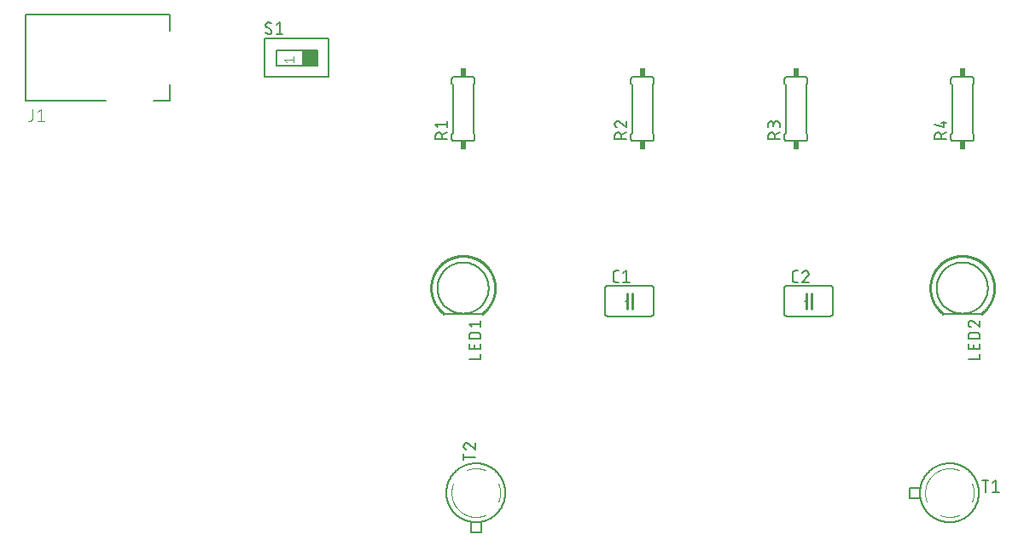
<source format=gbr>
G04 EAGLE Gerber X2 export*
%TF.Part,Single*%
%TF.FileFunction,Legend,Top,1*%
%TF.FilePolarity,Positive*%
%TF.GenerationSoftware,Autodesk,EAGLE,8.6.0*%
%TF.CreationDate,2018-04-10T05:38:09Z*%
G75*
%MOMM*%
%FSLAX34Y34*%
%LPD*%
%AMOC8*
5,1,8,0,0,1.08239X$1,22.5*%
G01*
%ADD10C,0.152400*%
%ADD11C,0.254000*%
%ADD12C,0.127000*%
%ADD13C,0.203200*%
%ADD14C,0.101600*%
%ADD15R,0.609600X0.863600*%
%ADD16C,0.076200*%
%ADD17R,1.524000X1.524000*%
%ADD18C,0.050800*%


D10*
X626110Y294640D02*
X669290Y294640D01*
X669290Y264160D02*
X626110Y264160D01*
X671830Y266700D02*
X671830Y292100D01*
X623570Y292100D02*
X623570Y266700D01*
X669290Y294640D02*
X669390Y294638D01*
X669489Y294632D01*
X669589Y294622D01*
X669687Y294609D01*
X669786Y294591D01*
X669883Y294570D01*
X669979Y294545D01*
X670075Y294516D01*
X670169Y294483D01*
X670262Y294447D01*
X670353Y294407D01*
X670443Y294363D01*
X670531Y294316D01*
X670617Y294266D01*
X670701Y294212D01*
X670783Y294155D01*
X670862Y294095D01*
X670940Y294031D01*
X671014Y293965D01*
X671086Y293896D01*
X671155Y293824D01*
X671221Y293750D01*
X671285Y293672D01*
X671345Y293593D01*
X671402Y293511D01*
X671456Y293427D01*
X671506Y293341D01*
X671553Y293253D01*
X671597Y293163D01*
X671637Y293072D01*
X671673Y292979D01*
X671706Y292885D01*
X671735Y292789D01*
X671760Y292693D01*
X671781Y292596D01*
X671799Y292497D01*
X671812Y292399D01*
X671822Y292299D01*
X671828Y292200D01*
X671830Y292100D01*
X626110Y294640D02*
X626010Y294638D01*
X625911Y294632D01*
X625811Y294622D01*
X625713Y294609D01*
X625614Y294591D01*
X625517Y294570D01*
X625421Y294545D01*
X625325Y294516D01*
X625231Y294483D01*
X625138Y294447D01*
X625047Y294407D01*
X624957Y294363D01*
X624869Y294316D01*
X624783Y294266D01*
X624699Y294212D01*
X624617Y294155D01*
X624538Y294095D01*
X624460Y294031D01*
X624386Y293965D01*
X624314Y293896D01*
X624245Y293824D01*
X624179Y293750D01*
X624115Y293672D01*
X624055Y293593D01*
X623998Y293511D01*
X623944Y293427D01*
X623894Y293341D01*
X623847Y293253D01*
X623803Y293163D01*
X623763Y293072D01*
X623727Y292979D01*
X623694Y292885D01*
X623665Y292789D01*
X623640Y292693D01*
X623619Y292596D01*
X623601Y292497D01*
X623588Y292399D01*
X623578Y292299D01*
X623572Y292200D01*
X623570Y292100D01*
X669290Y264160D02*
X669390Y264162D01*
X669489Y264168D01*
X669589Y264178D01*
X669687Y264191D01*
X669786Y264209D01*
X669883Y264230D01*
X669979Y264255D01*
X670075Y264284D01*
X670169Y264317D01*
X670262Y264353D01*
X670353Y264393D01*
X670443Y264437D01*
X670531Y264484D01*
X670617Y264534D01*
X670701Y264588D01*
X670783Y264645D01*
X670862Y264705D01*
X670940Y264769D01*
X671014Y264835D01*
X671086Y264904D01*
X671155Y264976D01*
X671221Y265050D01*
X671285Y265128D01*
X671345Y265207D01*
X671402Y265289D01*
X671456Y265373D01*
X671506Y265459D01*
X671553Y265547D01*
X671597Y265637D01*
X671637Y265728D01*
X671673Y265821D01*
X671706Y265915D01*
X671735Y266011D01*
X671760Y266107D01*
X671781Y266204D01*
X671799Y266303D01*
X671812Y266401D01*
X671822Y266501D01*
X671828Y266600D01*
X671830Y266700D01*
X626110Y264160D02*
X626010Y264162D01*
X625911Y264168D01*
X625811Y264178D01*
X625713Y264191D01*
X625614Y264209D01*
X625517Y264230D01*
X625421Y264255D01*
X625325Y264284D01*
X625231Y264317D01*
X625138Y264353D01*
X625047Y264393D01*
X624957Y264437D01*
X624869Y264484D01*
X624783Y264534D01*
X624699Y264588D01*
X624617Y264645D01*
X624538Y264705D01*
X624460Y264769D01*
X624386Y264835D01*
X624314Y264904D01*
X624245Y264976D01*
X624179Y265050D01*
X624115Y265128D01*
X624055Y265207D01*
X623998Y265289D01*
X623944Y265373D01*
X623894Y265459D01*
X623847Y265547D01*
X623803Y265637D01*
X623763Y265728D01*
X623727Y265821D01*
X623694Y265915D01*
X623665Y266011D01*
X623640Y266107D01*
X623619Y266204D01*
X623601Y266303D01*
X623588Y266401D01*
X623578Y266501D01*
X623572Y266600D01*
X623570Y266700D01*
X650240Y279400D02*
X651510Y279400D01*
D11*
X650240Y279400D02*
X650240Y287020D01*
X650240Y279400D02*
X650240Y271780D01*
X645160Y279400D02*
X645160Y287020D01*
X645160Y279400D02*
X645160Y271780D01*
D10*
X645160Y279400D02*
X643890Y279400D01*
D12*
X636905Y297815D02*
X634365Y297815D01*
X634265Y297817D01*
X634166Y297823D01*
X634066Y297833D01*
X633968Y297846D01*
X633869Y297864D01*
X633772Y297885D01*
X633676Y297910D01*
X633580Y297939D01*
X633486Y297972D01*
X633393Y298008D01*
X633302Y298048D01*
X633212Y298092D01*
X633124Y298139D01*
X633038Y298189D01*
X632954Y298243D01*
X632872Y298300D01*
X632793Y298360D01*
X632715Y298424D01*
X632641Y298490D01*
X632569Y298559D01*
X632500Y298631D01*
X632434Y298705D01*
X632370Y298783D01*
X632310Y298862D01*
X632253Y298944D01*
X632199Y299028D01*
X632149Y299114D01*
X632102Y299202D01*
X632058Y299292D01*
X632018Y299383D01*
X631982Y299476D01*
X631949Y299570D01*
X631920Y299666D01*
X631895Y299762D01*
X631874Y299859D01*
X631856Y299958D01*
X631843Y300056D01*
X631833Y300156D01*
X631827Y300255D01*
X631825Y300355D01*
X631825Y306705D01*
X631827Y306805D01*
X631833Y306904D01*
X631843Y307004D01*
X631856Y307102D01*
X631874Y307201D01*
X631895Y307298D01*
X631920Y307394D01*
X631949Y307490D01*
X631982Y307584D01*
X632018Y307677D01*
X632058Y307768D01*
X632102Y307858D01*
X632149Y307946D01*
X632199Y308032D01*
X632253Y308116D01*
X632310Y308198D01*
X632370Y308277D01*
X632434Y308355D01*
X632500Y308429D01*
X632569Y308501D01*
X632641Y308570D01*
X632715Y308636D01*
X632793Y308700D01*
X632872Y308760D01*
X632954Y308817D01*
X633038Y308871D01*
X633124Y308921D01*
X633212Y308968D01*
X633302Y309012D01*
X633393Y309052D01*
X633486Y309088D01*
X633580Y309121D01*
X633676Y309150D01*
X633772Y309175D01*
X633869Y309196D01*
X633968Y309214D01*
X634066Y309227D01*
X634166Y309237D01*
X634265Y309243D01*
X634365Y309245D01*
X636905Y309245D01*
X641387Y306705D02*
X644562Y309245D01*
X644562Y297815D01*
X641387Y297815D02*
X647737Y297815D01*
D10*
X803910Y294640D02*
X847090Y294640D01*
X847090Y264160D02*
X803910Y264160D01*
X849630Y266700D02*
X849630Y292100D01*
X801370Y292100D02*
X801370Y266700D01*
X847090Y294640D02*
X847190Y294638D01*
X847289Y294632D01*
X847389Y294622D01*
X847487Y294609D01*
X847586Y294591D01*
X847683Y294570D01*
X847779Y294545D01*
X847875Y294516D01*
X847969Y294483D01*
X848062Y294447D01*
X848153Y294407D01*
X848243Y294363D01*
X848331Y294316D01*
X848417Y294266D01*
X848501Y294212D01*
X848583Y294155D01*
X848662Y294095D01*
X848740Y294031D01*
X848814Y293965D01*
X848886Y293896D01*
X848955Y293824D01*
X849021Y293750D01*
X849085Y293672D01*
X849145Y293593D01*
X849202Y293511D01*
X849256Y293427D01*
X849306Y293341D01*
X849353Y293253D01*
X849397Y293163D01*
X849437Y293072D01*
X849473Y292979D01*
X849506Y292885D01*
X849535Y292789D01*
X849560Y292693D01*
X849581Y292596D01*
X849599Y292497D01*
X849612Y292399D01*
X849622Y292299D01*
X849628Y292200D01*
X849630Y292100D01*
X803910Y294640D02*
X803810Y294638D01*
X803711Y294632D01*
X803611Y294622D01*
X803513Y294609D01*
X803414Y294591D01*
X803317Y294570D01*
X803221Y294545D01*
X803125Y294516D01*
X803031Y294483D01*
X802938Y294447D01*
X802847Y294407D01*
X802757Y294363D01*
X802669Y294316D01*
X802583Y294266D01*
X802499Y294212D01*
X802417Y294155D01*
X802338Y294095D01*
X802260Y294031D01*
X802186Y293965D01*
X802114Y293896D01*
X802045Y293824D01*
X801979Y293750D01*
X801915Y293672D01*
X801855Y293593D01*
X801798Y293511D01*
X801744Y293427D01*
X801694Y293341D01*
X801647Y293253D01*
X801603Y293163D01*
X801563Y293072D01*
X801527Y292979D01*
X801494Y292885D01*
X801465Y292789D01*
X801440Y292693D01*
X801419Y292596D01*
X801401Y292497D01*
X801388Y292399D01*
X801378Y292299D01*
X801372Y292200D01*
X801370Y292100D01*
X847090Y264160D02*
X847190Y264162D01*
X847289Y264168D01*
X847389Y264178D01*
X847487Y264191D01*
X847586Y264209D01*
X847683Y264230D01*
X847779Y264255D01*
X847875Y264284D01*
X847969Y264317D01*
X848062Y264353D01*
X848153Y264393D01*
X848243Y264437D01*
X848331Y264484D01*
X848417Y264534D01*
X848501Y264588D01*
X848583Y264645D01*
X848662Y264705D01*
X848740Y264769D01*
X848814Y264835D01*
X848886Y264904D01*
X848955Y264976D01*
X849021Y265050D01*
X849085Y265128D01*
X849145Y265207D01*
X849202Y265289D01*
X849256Y265373D01*
X849306Y265459D01*
X849353Y265547D01*
X849397Y265637D01*
X849437Y265728D01*
X849473Y265821D01*
X849506Y265915D01*
X849535Y266011D01*
X849560Y266107D01*
X849581Y266204D01*
X849599Y266303D01*
X849612Y266401D01*
X849622Y266501D01*
X849628Y266600D01*
X849630Y266700D01*
X803910Y264160D02*
X803810Y264162D01*
X803711Y264168D01*
X803611Y264178D01*
X803513Y264191D01*
X803414Y264209D01*
X803317Y264230D01*
X803221Y264255D01*
X803125Y264284D01*
X803031Y264317D01*
X802938Y264353D01*
X802847Y264393D01*
X802757Y264437D01*
X802669Y264484D01*
X802583Y264534D01*
X802499Y264588D01*
X802417Y264645D01*
X802338Y264705D01*
X802260Y264769D01*
X802186Y264835D01*
X802114Y264904D01*
X802045Y264976D01*
X801979Y265050D01*
X801915Y265128D01*
X801855Y265207D01*
X801798Y265289D01*
X801744Y265373D01*
X801694Y265459D01*
X801647Y265547D01*
X801603Y265637D01*
X801563Y265728D01*
X801527Y265821D01*
X801494Y265915D01*
X801465Y266011D01*
X801440Y266107D01*
X801419Y266204D01*
X801401Y266303D01*
X801388Y266401D01*
X801378Y266501D01*
X801372Y266600D01*
X801370Y266700D01*
X828040Y279400D02*
X829310Y279400D01*
D11*
X828040Y279400D02*
X828040Y287020D01*
X828040Y279400D02*
X828040Y271780D01*
X822960Y279400D02*
X822960Y287020D01*
X822960Y279400D02*
X822960Y271780D01*
D10*
X822960Y279400D02*
X821690Y279400D01*
D12*
X814705Y297815D02*
X812165Y297815D01*
X812065Y297817D01*
X811966Y297823D01*
X811866Y297833D01*
X811768Y297846D01*
X811669Y297864D01*
X811572Y297885D01*
X811476Y297910D01*
X811380Y297939D01*
X811286Y297972D01*
X811193Y298008D01*
X811102Y298048D01*
X811012Y298092D01*
X810924Y298139D01*
X810838Y298189D01*
X810754Y298243D01*
X810672Y298300D01*
X810593Y298360D01*
X810515Y298424D01*
X810441Y298490D01*
X810369Y298559D01*
X810300Y298631D01*
X810234Y298705D01*
X810170Y298783D01*
X810110Y298862D01*
X810053Y298944D01*
X809999Y299028D01*
X809949Y299114D01*
X809902Y299202D01*
X809858Y299292D01*
X809818Y299383D01*
X809782Y299476D01*
X809749Y299570D01*
X809720Y299666D01*
X809695Y299762D01*
X809674Y299859D01*
X809656Y299958D01*
X809643Y300056D01*
X809633Y300156D01*
X809627Y300255D01*
X809625Y300355D01*
X809625Y306705D01*
X809627Y306805D01*
X809633Y306904D01*
X809643Y307004D01*
X809656Y307102D01*
X809674Y307201D01*
X809695Y307298D01*
X809720Y307394D01*
X809749Y307490D01*
X809782Y307584D01*
X809818Y307677D01*
X809858Y307768D01*
X809902Y307858D01*
X809949Y307946D01*
X809999Y308032D01*
X810053Y308116D01*
X810110Y308198D01*
X810170Y308277D01*
X810234Y308355D01*
X810300Y308429D01*
X810369Y308501D01*
X810441Y308570D01*
X810515Y308636D01*
X810593Y308700D01*
X810672Y308760D01*
X810754Y308817D01*
X810838Y308871D01*
X810924Y308921D01*
X811012Y308968D01*
X811102Y309012D01*
X811193Y309052D01*
X811286Y309088D01*
X811380Y309121D01*
X811476Y309150D01*
X811572Y309175D01*
X811669Y309196D01*
X811768Y309214D01*
X811866Y309227D01*
X811966Y309237D01*
X812065Y309243D01*
X812165Y309245D01*
X814705Y309245D01*
X822680Y309246D02*
X822784Y309244D01*
X822889Y309238D01*
X822993Y309229D01*
X823096Y309216D01*
X823199Y309198D01*
X823301Y309178D01*
X823403Y309153D01*
X823503Y309125D01*
X823603Y309093D01*
X823701Y309057D01*
X823798Y309018D01*
X823893Y308976D01*
X823987Y308930D01*
X824079Y308880D01*
X824169Y308828D01*
X824257Y308772D01*
X824343Y308712D01*
X824427Y308650D01*
X824508Y308585D01*
X824587Y308517D01*
X824664Y308445D01*
X824737Y308372D01*
X824809Y308295D01*
X824877Y308216D01*
X824942Y308135D01*
X825004Y308051D01*
X825064Y307965D01*
X825120Y307877D01*
X825172Y307787D01*
X825222Y307695D01*
X825268Y307601D01*
X825310Y307506D01*
X825349Y307409D01*
X825385Y307311D01*
X825417Y307211D01*
X825445Y307111D01*
X825470Y307009D01*
X825490Y306907D01*
X825508Y306804D01*
X825521Y306701D01*
X825530Y306597D01*
X825536Y306492D01*
X825538Y306388D01*
X822680Y309245D02*
X822562Y309243D01*
X822443Y309237D01*
X822325Y309228D01*
X822208Y309215D01*
X822091Y309197D01*
X821974Y309177D01*
X821858Y309152D01*
X821743Y309124D01*
X821630Y309091D01*
X821517Y309056D01*
X821405Y309016D01*
X821295Y308974D01*
X821186Y308927D01*
X821078Y308877D01*
X820973Y308824D01*
X820869Y308767D01*
X820767Y308707D01*
X820667Y308644D01*
X820569Y308577D01*
X820473Y308508D01*
X820380Y308435D01*
X820289Y308359D01*
X820200Y308281D01*
X820114Y308199D01*
X820031Y308115D01*
X819950Y308029D01*
X819873Y307939D01*
X819798Y307848D01*
X819726Y307754D01*
X819657Y307657D01*
X819592Y307559D01*
X819529Y307458D01*
X819470Y307355D01*
X819414Y307251D01*
X819362Y307145D01*
X819313Y307037D01*
X819268Y306928D01*
X819226Y306817D01*
X819188Y306705D01*
X824585Y304166D02*
X824661Y304241D01*
X824736Y304320D01*
X824807Y304401D01*
X824876Y304485D01*
X824941Y304571D01*
X825003Y304659D01*
X825063Y304749D01*
X825119Y304841D01*
X825172Y304936D01*
X825221Y305032D01*
X825267Y305130D01*
X825310Y305229D01*
X825349Y305330D01*
X825384Y305432D01*
X825416Y305535D01*
X825444Y305639D01*
X825469Y305744D01*
X825490Y305851D01*
X825507Y305957D01*
X825520Y306064D01*
X825529Y306172D01*
X825535Y306280D01*
X825537Y306388D01*
X824585Y304165D02*
X819187Y297815D01*
X825537Y297815D01*
D13*
X48400Y477700D02*
X48400Y563700D01*
X191400Y563700D01*
X191400Y547700D01*
X191400Y493700D02*
X191400Y477700D01*
X127900Y477700D02*
X48400Y477700D01*
X175400Y477700D02*
X191400Y477700D01*
D14*
X55203Y469392D02*
X55203Y460304D01*
X55202Y460304D02*
X55200Y460205D01*
X55194Y460105D01*
X55185Y460006D01*
X55172Y459908D01*
X55155Y459810D01*
X55134Y459712D01*
X55109Y459616D01*
X55081Y459521D01*
X55049Y459427D01*
X55014Y459334D01*
X54975Y459242D01*
X54932Y459152D01*
X54887Y459064D01*
X54837Y458977D01*
X54785Y458893D01*
X54729Y458810D01*
X54671Y458730D01*
X54609Y458652D01*
X54544Y458577D01*
X54476Y458504D01*
X54406Y458434D01*
X54333Y458366D01*
X54258Y458301D01*
X54180Y458239D01*
X54100Y458181D01*
X54017Y458125D01*
X53933Y458073D01*
X53846Y458023D01*
X53758Y457978D01*
X53668Y457935D01*
X53576Y457896D01*
X53483Y457861D01*
X53389Y457829D01*
X53294Y457801D01*
X53198Y457776D01*
X53100Y457755D01*
X53002Y457738D01*
X52904Y457725D01*
X52805Y457716D01*
X52705Y457710D01*
X52606Y457708D01*
X51308Y457708D01*
X60476Y466796D02*
X63722Y469392D01*
X63722Y457708D01*
X66967Y457708D02*
X60476Y457708D01*
D13*
X463550Y266700D02*
X501650Y266700D01*
D11*
X502266Y267174D01*
X502871Y267663D01*
X503463Y268167D01*
X504043Y268685D01*
X504610Y269217D01*
X505164Y269763D01*
X505704Y270322D01*
X506230Y270895D01*
X506743Y271480D01*
X507240Y272077D01*
X507723Y272686D01*
X508191Y273307D01*
X508644Y273940D01*
X509081Y274583D01*
X509502Y275237D01*
X509906Y275901D01*
X510295Y276574D01*
X510667Y277257D01*
X511022Y277949D01*
X511360Y278649D01*
X511681Y279357D01*
X511984Y280073D01*
X512270Y280797D01*
X512538Y281526D01*
X512788Y282263D01*
X513019Y283005D01*
X513233Y283753D01*
X513428Y284505D01*
X513605Y285263D01*
X513763Y286024D01*
X513903Y286789D01*
X514023Y287557D01*
X514125Y288328D01*
X514208Y289101D01*
X514272Y289876D01*
X514317Y290652D01*
X514343Y291429D01*
X514350Y292207D01*
X514338Y292984D01*
X514307Y293761D01*
X514256Y294537D01*
X514187Y295312D01*
X514099Y296084D01*
X513992Y296854D01*
X513866Y297622D01*
X513722Y298386D01*
X513558Y299146D01*
X513376Y299902D01*
X513176Y300653D01*
X512958Y301400D01*
X512721Y302140D01*
X512466Y302875D01*
X512193Y303603D01*
X511902Y304324D01*
X511594Y305038D01*
X511269Y305744D01*
X510926Y306442D01*
X510566Y307132D01*
X510190Y307812D01*
X509797Y308483D01*
X509387Y309144D01*
X508962Y309795D01*
X508521Y310435D01*
X508064Y311064D01*
X507592Y311682D01*
X507105Y312288D01*
X506603Y312882D01*
X506087Y313464D01*
X505557Y314033D01*
X505013Y314588D01*
X504455Y315131D01*
X503885Y315659D01*
X503302Y316173D01*
X502706Y316673D01*
X502098Y317158D01*
X501479Y317628D01*
X500848Y318082D01*
X500206Y318521D01*
X499554Y318945D01*
X498891Y319352D01*
X498219Y319743D01*
X497537Y320117D01*
X496847Y320474D01*
X496148Y320814D01*
X495440Y321138D01*
X494726Y321443D01*
X494003Y321732D01*
X493274Y322002D01*
X492539Y322254D01*
X491797Y322489D01*
X491050Y322705D01*
X490298Y322903D01*
X489542Y323082D01*
X488781Y323243D01*
X488017Y323385D01*
X487249Y323508D01*
X486478Y323612D01*
X485705Y323698D01*
X484931Y323764D01*
X484155Y323812D01*
X483378Y323840D01*
X482600Y323850D01*
X481822Y323840D01*
X481045Y323812D01*
X480269Y323764D01*
X479495Y323698D01*
X478722Y323612D01*
X477951Y323508D01*
X477183Y323385D01*
X476419Y323243D01*
X475658Y323082D01*
X474902Y322903D01*
X474150Y322705D01*
X473403Y322489D01*
X472661Y322254D01*
X471926Y322002D01*
X471197Y321732D01*
X470474Y321443D01*
X469760Y321138D01*
X469052Y320814D01*
X468353Y320474D01*
X467663Y320117D01*
X466981Y319743D01*
X466309Y319352D01*
X465646Y318945D01*
X464994Y318521D01*
X464352Y318082D01*
X463721Y317628D01*
X463102Y317158D01*
X462494Y316673D01*
X461898Y316173D01*
X461315Y315659D01*
X460745Y315131D01*
X460187Y314588D01*
X459643Y314033D01*
X459113Y313464D01*
X458597Y312882D01*
X458095Y312288D01*
X457608Y311682D01*
X457136Y311064D01*
X456679Y310435D01*
X456238Y309795D01*
X455813Y309144D01*
X455403Y308483D01*
X455010Y307812D01*
X454634Y307132D01*
X454274Y306442D01*
X453931Y305744D01*
X453606Y305038D01*
X453298Y304324D01*
X453007Y303603D01*
X452734Y302875D01*
X452479Y302140D01*
X452242Y301400D01*
X452024Y300653D01*
X451824Y299902D01*
X451642Y299146D01*
X451478Y298386D01*
X451334Y297622D01*
X451208Y296854D01*
X451101Y296084D01*
X451013Y295312D01*
X450944Y294537D01*
X450893Y293761D01*
X450862Y292984D01*
X450850Y292207D01*
X450857Y291429D01*
X450883Y290652D01*
X450928Y289876D01*
X450992Y289101D01*
X451075Y288328D01*
X451177Y287557D01*
X451297Y286789D01*
X451437Y286024D01*
X451595Y285263D01*
X451772Y284505D01*
X451967Y283753D01*
X452181Y283005D01*
X452412Y282263D01*
X452662Y281526D01*
X452930Y280797D01*
X453216Y280073D01*
X453519Y279357D01*
X453840Y278649D01*
X454178Y277949D01*
X454533Y277257D01*
X454905Y276574D01*
X455294Y275901D01*
X455698Y275237D01*
X456119Y274583D01*
X456556Y273940D01*
X457009Y273307D01*
X457477Y272686D01*
X457960Y272077D01*
X458457Y271480D01*
X458970Y270895D01*
X459496Y270322D01*
X460036Y269763D01*
X460590Y269217D01*
X461157Y268685D01*
X461737Y268167D01*
X462329Y267663D01*
X462934Y267174D01*
X463550Y266700D01*
D10*
X457200Y292100D02*
X457208Y292723D01*
X457231Y293346D01*
X457269Y293969D01*
X457322Y294590D01*
X457391Y295209D01*
X457475Y295827D01*
X457574Y296442D01*
X457688Y297055D01*
X457817Y297665D01*
X457961Y298272D01*
X458120Y298875D01*
X458294Y299473D01*
X458482Y300068D01*
X458685Y300657D01*
X458902Y301241D01*
X459133Y301820D01*
X459379Y302393D01*
X459639Y302960D01*
X459912Y303520D01*
X460199Y304073D01*
X460500Y304620D01*
X460814Y305158D01*
X461141Y305689D01*
X461481Y306211D01*
X461833Y306726D01*
X462199Y307231D01*
X462576Y307727D01*
X462966Y308214D01*
X463367Y308691D01*
X463780Y309158D01*
X464204Y309614D01*
X464639Y310061D01*
X465086Y310496D01*
X465542Y310920D01*
X466009Y311333D01*
X466486Y311734D01*
X466973Y312124D01*
X467469Y312501D01*
X467974Y312867D01*
X468489Y313219D01*
X469011Y313559D01*
X469542Y313886D01*
X470080Y314200D01*
X470627Y314501D01*
X471180Y314788D01*
X471740Y315061D01*
X472307Y315321D01*
X472880Y315567D01*
X473459Y315798D01*
X474043Y316015D01*
X474632Y316218D01*
X475227Y316406D01*
X475825Y316580D01*
X476428Y316739D01*
X477035Y316883D01*
X477645Y317012D01*
X478258Y317126D01*
X478873Y317225D01*
X479491Y317309D01*
X480110Y317378D01*
X480731Y317431D01*
X481354Y317469D01*
X481977Y317492D01*
X482600Y317500D01*
X483223Y317492D01*
X483846Y317469D01*
X484469Y317431D01*
X485090Y317378D01*
X485709Y317309D01*
X486327Y317225D01*
X486942Y317126D01*
X487555Y317012D01*
X488165Y316883D01*
X488772Y316739D01*
X489375Y316580D01*
X489973Y316406D01*
X490568Y316218D01*
X491157Y316015D01*
X491741Y315798D01*
X492320Y315567D01*
X492893Y315321D01*
X493460Y315061D01*
X494020Y314788D01*
X494573Y314501D01*
X495120Y314200D01*
X495658Y313886D01*
X496189Y313559D01*
X496711Y313219D01*
X497226Y312867D01*
X497731Y312501D01*
X498227Y312124D01*
X498714Y311734D01*
X499191Y311333D01*
X499658Y310920D01*
X500114Y310496D01*
X500561Y310061D01*
X500996Y309614D01*
X501420Y309158D01*
X501833Y308691D01*
X502234Y308214D01*
X502624Y307727D01*
X503001Y307231D01*
X503367Y306726D01*
X503719Y306211D01*
X504059Y305689D01*
X504386Y305158D01*
X504700Y304620D01*
X505001Y304073D01*
X505288Y303520D01*
X505561Y302960D01*
X505821Y302393D01*
X506067Y301820D01*
X506298Y301241D01*
X506515Y300657D01*
X506718Y300068D01*
X506906Y299473D01*
X507080Y298875D01*
X507239Y298272D01*
X507383Y297665D01*
X507512Y297055D01*
X507626Y296442D01*
X507725Y295827D01*
X507809Y295209D01*
X507878Y294590D01*
X507931Y293969D01*
X507969Y293346D01*
X507992Y292723D01*
X508000Y292100D01*
X507992Y291477D01*
X507969Y290854D01*
X507931Y290231D01*
X507878Y289610D01*
X507809Y288991D01*
X507725Y288373D01*
X507626Y287758D01*
X507512Y287145D01*
X507383Y286535D01*
X507239Y285928D01*
X507080Y285325D01*
X506906Y284727D01*
X506718Y284132D01*
X506515Y283543D01*
X506298Y282959D01*
X506067Y282380D01*
X505821Y281807D01*
X505561Y281240D01*
X505288Y280680D01*
X505001Y280127D01*
X504700Y279580D01*
X504386Y279042D01*
X504059Y278511D01*
X503719Y277989D01*
X503367Y277474D01*
X503001Y276969D01*
X502624Y276473D01*
X502234Y275986D01*
X501833Y275509D01*
X501420Y275042D01*
X500996Y274586D01*
X500561Y274139D01*
X500114Y273704D01*
X499658Y273280D01*
X499191Y272867D01*
X498714Y272466D01*
X498227Y272076D01*
X497731Y271699D01*
X497226Y271333D01*
X496711Y270981D01*
X496189Y270641D01*
X495658Y270314D01*
X495120Y270000D01*
X494573Y269699D01*
X494020Y269412D01*
X493460Y269139D01*
X492893Y268879D01*
X492320Y268633D01*
X491741Y268402D01*
X491157Y268185D01*
X490568Y267982D01*
X489973Y267794D01*
X489375Y267620D01*
X488772Y267461D01*
X488165Y267317D01*
X487555Y267188D01*
X486942Y267074D01*
X486327Y266975D01*
X485709Y266891D01*
X485090Y266822D01*
X484469Y266769D01*
X483846Y266731D01*
X483223Y266708D01*
X482600Y266700D01*
X481977Y266708D01*
X481354Y266731D01*
X480731Y266769D01*
X480110Y266822D01*
X479491Y266891D01*
X478873Y266975D01*
X478258Y267074D01*
X477645Y267188D01*
X477035Y267317D01*
X476428Y267461D01*
X475825Y267620D01*
X475227Y267794D01*
X474632Y267982D01*
X474043Y268185D01*
X473459Y268402D01*
X472880Y268633D01*
X472307Y268879D01*
X471740Y269139D01*
X471180Y269412D01*
X470627Y269699D01*
X470080Y270000D01*
X469542Y270314D01*
X469011Y270641D01*
X468489Y270981D01*
X467974Y271333D01*
X467469Y271699D01*
X466973Y272076D01*
X466486Y272466D01*
X466009Y272867D01*
X465542Y273280D01*
X465086Y273704D01*
X464639Y274139D01*
X464204Y274586D01*
X463780Y275042D01*
X463367Y275509D01*
X462966Y275986D01*
X462576Y276473D01*
X462199Y276969D01*
X461833Y277474D01*
X461481Y277989D01*
X461141Y278511D01*
X460814Y279042D01*
X460500Y279580D01*
X460199Y280127D01*
X459912Y280680D01*
X459639Y281240D01*
X459379Y281807D01*
X459133Y282380D01*
X458902Y282959D01*
X458685Y283543D01*
X458482Y284132D01*
X458294Y284727D01*
X458120Y285325D01*
X457961Y285928D01*
X457817Y286535D01*
X457688Y287145D01*
X457574Y287758D01*
X457475Y288373D01*
X457391Y288991D01*
X457322Y289610D01*
X457269Y290231D01*
X457231Y290854D01*
X457208Y291477D01*
X457200Y292100D01*
D12*
X488569Y221767D02*
X499999Y221767D01*
X499999Y226847D01*
X499999Y231673D02*
X499999Y236753D01*
X499999Y231673D02*
X488569Y231673D01*
X488569Y236753D01*
X493649Y235483D02*
X493649Y231673D01*
X488569Y241554D02*
X499999Y241554D01*
X488569Y241554D02*
X488569Y244729D01*
X488571Y244840D01*
X488577Y244950D01*
X488586Y245061D01*
X488600Y245171D01*
X488617Y245280D01*
X488638Y245389D01*
X488663Y245497D01*
X488692Y245604D01*
X488724Y245710D01*
X488760Y245815D01*
X488800Y245918D01*
X488843Y246020D01*
X488890Y246121D01*
X488941Y246220D01*
X488994Y246317D01*
X489051Y246411D01*
X489112Y246504D01*
X489175Y246595D01*
X489242Y246684D01*
X489312Y246770D01*
X489385Y246853D01*
X489460Y246935D01*
X489538Y247013D01*
X489620Y247088D01*
X489703Y247161D01*
X489789Y247231D01*
X489878Y247298D01*
X489969Y247361D01*
X490062Y247422D01*
X490157Y247479D01*
X490253Y247532D01*
X490352Y247583D01*
X490453Y247630D01*
X490555Y247673D01*
X490658Y247713D01*
X490763Y247749D01*
X490869Y247781D01*
X490976Y247810D01*
X491084Y247835D01*
X491193Y247856D01*
X491302Y247873D01*
X491412Y247887D01*
X491523Y247896D01*
X491633Y247902D01*
X491744Y247904D01*
X496824Y247904D01*
X496935Y247902D01*
X497045Y247896D01*
X497156Y247887D01*
X497266Y247873D01*
X497375Y247856D01*
X497484Y247835D01*
X497592Y247810D01*
X497699Y247781D01*
X497805Y247749D01*
X497910Y247713D01*
X498013Y247673D01*
X498115Y247630D01*
X498216Y247583D01*
X498315Y247532D01*
X498412Y247479D01*
X498506Y247422D01*
X498599Y247361D01*
X498690Y247298D01*
X498779Y247231D01*
X498865Y247161D01*
X498948Y247088D01*
X499030Y247013D01*
X499108Y246935D01*
X499183Y246853D01*
X499256Y246770D01*
X499326Y246684D01*
X499393Y246595D01*
X499456Y246504D01*
X499517Y246411D01*
X499574Y246317D01*
X499627Y246220D01*
X499678Y246121D01*
X499725Y246020D01*
X499768Y245918D01*
X499808Y245815D01*
X499844Y245710D01*
X499876Y245604D01*
X499905Y245497D01*
X499930Y245389D01*
X499951Y245280D01*
X499968Y245171D01*
X499982Y245061D01*
X499991Y244950D01*
X499997Y244840D01*
X499999Y244729D01*
X499999Y241554D01*
X491109Y253365D02*
X488569Y256540D01*
X499999Y256540D01*
X499999Y253365D02*
X499999Y259715D01*
D13*
X958850Y266700D02*
X996950Y266700D01*
D11*
X997566Y267174D01*
X998171Y267663D01*
X998763Y268167D01*
X999343Y268685D01*
X999910Y269217D01*
X1000464Y269763D01*
X1001004Y270322D01*
X1001530Y270895D01*
X1002043Y271480D01*
X1002540Y272077D01*
X1003023Y272686D01*
X1003491Y273307D01*
X1003944Y273940D01*
X1004381Y274583D01*
X1004802Y275237D01*
X1005206Y275901D01*
X1005595Y276574D01*
X1005967Y277257D01*
X1006322Y277949D01*
X1006660Y278649D01*
X1006981Y279357D01*
X1007284Y280073D01*
X1007570Y280797D01*
X1007838Y281526D01*
X1008088Y282263D01*
X1008319Y283005D01*
X1008533Y283753D01*
X1008728Y284505D01*
X1008905Y285263D01*
X1009063Y286024D01*
X1009203Y286789D01*
X1009323Y287557D01*
X1009425Y288328D01*
X1009508Y289101D01*
X1009572Y289876D01*
X1009617Y290652D01*
X1009643Y291429D01*
X1009650Y292207D01*
X1009638Y292984D01*
X1009607Y293761D01*
X1009556Y294537D01*
X1009487Y295312D01*
X1009399Y296084D01*
X1009292Y296854D01*
X1009166Y297622D01*
X1009022Y298386D01*
X1008858Y299146D01*
X1008676Y299902D01*
X1008476Y300653D01*
X1008258Y301400D01*
X1008021Y302140D01*
X1007766Y302875D01*
X1007493Y303603D01*
X1007202Y304324D01*
X1006894Y305038D01*
X1006569Y305744D01*
X1006226Y306442D01*
X1005866Y307132D01*
X1005490Y307812D01*
X1005097Y308483D01*
X1004687Y309144D01*
X1004262Y309795D01*
X1003821Y310435D01*
X1003364Y311064D01*
X1002892Y311682D01*
X1002405Y312288D01*
X1001903Y312882D01*
X1001387Y313464D01*
X1000857Y314033D01*
X1000313Y314588D01*
X999755Y315131D01*
X999185Y315659D01*
X998602Y316173D01*
X998006Y316673D01*
X997398Y317158D01*
X996779Y317628D01*
X996148Y318082D01*
X995506Y318521D01*
X994854Y318945D01*
X994191Y319352D01*
X993519Y319743D01*
X992837Y320117D01*
X992147Y320474D01*
X991448Y320814D01*
X990740Y321138D01*
X990026Y321443D01*
X989303Y321732D01*
X988574Y322002D01*
X987839Y322254D01*
X987097Y322489D01*
X986350Y322705D01*
X985598Y322903D01*
X984842Y323082D01*
X984081Y323243D01*
X983317Y323385D01*
X982549Y323508D01*
X981778Y323612D01*
X981005Y323698D01*
X980231Y323764D01*
X979455Y323812D01*
X978678Y323840D01*
X977900Y323850D01*
X977122Y323840D01*
X976345Y323812D01*
X975569Y323764D01*
X974795Y323698D01*
X974022Y323612D01*
X973251Y323508D01*
X972483Y323385D01*
X971719Y323243D01*
X970958Y323082D01*
X970202Y322903D01*
X969450Y322705D01*
X968703Y322489D01*
X967961Y322254D01*
X967226Y322002D01*
X966497Y321732D01*
X965774Y321443D01*
X965060Y321138D01*
X964352Y320814D01*
X963653Y320474D01*
X962963Y320117D01*
X962281Y319743D01*
X961609Y319352D01*
X960946Y318945D01*
X960294Y318521D01*
X959652Y318082D01*
X959021Y317628D01*
X958402Y317158D01*
X957794Y316673D01*
X957198Y316173D01*
X956615Y315659D01*
X956045Y315131D01*
X955487Y314588D01*
X954943Y314033D01*
X954413Y313464D01*
X953897Y312882D01*
X953395Y312288D01*
X952908Y311682D01*
X952436Y311064D01*
X951979Y310435D01*
X951538Y309795D01*
X951113Y309144D01*
X950703Y308483D01*
X950310Y307812D01*
X949934Y307132D01*
X949574Y306442D01*
X949231Y305744D01*
X948906Y305038D01*
X948598Y304324D01*
X948307Y303603D01*
X948034Y302875D01*
X947779Y302140D01*
X947542Y301400D01*
X947324Y300653D01*
X947124Y299902D01*
X946942Y299146D01*
X946778Y298386D01*
X946634Y297622D01*
X946508Y296854D01*
X946401Y296084D01*
X946313Y295312D01*
X946244Y294537D01*
X946193Y293761D01*
X946162Y292984D01*
X946150Y292207D01*
X946157Y291429D01*
X946183Y290652D01*
X946228Y289876D01*
X946292Y289101D01*
X946375Y288328D01*
X946477Y287557D01*
X946597Y286789D01*
X946737Y286024D01*
X946895Y285263D01*
X947072Y284505D01*
X947267Y283753D01*
X947481Y283005D01*
X947712Y282263D01*
X947962Y281526D01*
X948230Y280797D01*
X948516Y280073D01*
X948819Y279357D01*
X949140Y278649D01*
X949478Y277949D01*
X949833Y277257D01*
X950205Y276574D01*
X950594Y275901D01*
X950998Y275237D01*
X951419Y274583D01*
X951856Y273940D01*
X952309Y273307D01*
X952777Y272686D01*
X953260Y272077D01*
X953757Y271480D01*
X954270Y270895D01*
X954796Y270322D01*
X955336Y269763D01*
X955890Y269217D01*
X956457Y268685D01*
X957037Y268167D01*
X957629Y267663D01*
X958234Y267174D01*
X958850Y266700D01*
D10*
X952500Y292100D02*
X952508Y292723D01*
X952531Y293346D01*
X952569Y293969D01*
X952622Y294590D01*
X952691Y295209D01*
X952775Y295827D01*
X952874Y296442D01*
X952988Y297055D01*
X953117Y297665D01*
X953261Y298272D01*
X953420Y298875D01*
X953594Y299473D01*
X953782Y300068D01*
X953985Y300657D01*
X954202Y301241D01*
X954433Y301820D01*
X954679Y302393D01*
X954939Y302960D01*
X955212Y303520D01*
X955499Y304073D01*
X955800Y304620D01*
X956114Y305158D01*
X956441Y305689D01*
X956781Y306211D01*
X957133Y306726D01*
X957499Y307231D01*
X957876Y307727D01*
X958266Y308214D01*
X958667Y308691D01*
X959080Y309158D01*
X959504Y309614D01*
X959939Y310061D01*
X960386Y310496D01*
X960842Y310920D01*
X961309Y311333D01*
X961786Y311734D01*
X962273Y312124D01*
X962769Y312501D01*
X963274Y312867D01*
X963789Y313219D01*
X964311Y313559D01*
X964842Y313886D01*
X965380Y314200D01*
X965927Y314501D01*
X966480Y314788D01*
X967040Y315061D01*
X967607Y315321D01*
X968180Y315567D01*
X968759Y315798D01*
X969343Y316015D01*
X969932Y316218D01*
X970527Y316406D01*
X971125Y316580D01*
X971728Y316739D01*
X972335Y316883D01*
X972945Y317012D01*
X973558Y317126D01*
X974173Y317225D01*
X974791Y317309D01*
X975410Y317378D01*
X976031Y317431D01*
X976654Y317469D01*
X977277Y317492D01*
X977900Y317500D01*
X978523Y317492D01*
X979146Y317469D01*
X979769Y317431D01*
X980390Y317378D01*
X981009Y317309D01*
X981627Y317225D01*
X982242Y317126D01*
X982855Y317012D01*
X983465Y316883D01*
X984072Y316739D01*
X984675Y316580D01*
X985273Y316406D01*
X985868Y316218D01*
X986457Y316015D01*
X987041Y315798D01*
X987620Y315567D01*
X988193Y315321D01*
X988760Y315061D01*
X989320Y314788D01*
X989873Y314501D01*
X990420Y314200D01*
X990958Y313886D01*
X991489Y313559D01*
X992011Y313219D01*
X992526Y312867D01*
X993031Y312501D01*
X993527Y312124D01*
X994014Y311734D01*
X994491Y311333D01*
X994958Y310920D01*
X995414Y310496D01*
X995861Y310061D01*
X996296Y309614D01*
X996720Y309158D01*
X997133Y308691D01*
X997534Y308214D01*
X997924Y307727D01*
X998301Y307231D01*
X998667Y306726D01*
X999019Y306211D01*
X999359Y305689D01*
X999686Y305158D01*
X1000000Y304620D01*
X1000301Y304073D01*
X1000588Y303520D01*
X1000861Y302960D01*
X1001121Y302393D01*
X1001367Y301820D01*
X1001598Y301241D01*
X1001815Y300657D01*
X1002018Y300068D01*
X1002206Y299473D01*
X1002380Y298875D01*
X1002539Y298272D01*
X1002683Y297665D01*
X1002812Y297055D01*
X1002926Y296442D01*
X1003025Y295827D01*
X1003109Y295209D01*
X1003178Y294590D01*
X1003231Y293969D01*
X1003269Y293346D01*
X1003292Y292723D01*
X1003300Y292100D01*
X1003292Y291477D01*
X1003269Y290854D01*
X1003231Y290231D01*
X1003178Y289610D01*
X1003109Y288991D01*
X1003025Y288373D01*
X1002926Y287758D01*
X1002812Y287145D01*
X1002683Y286535D01*
X1002539Y285928D01*
X1002380Y285325D01*
X1002206Y284727D01*
X1002018Y284132D01*
X1001815Y283543D01*
X1001598Y282959D01*
X1001367Y282380D01*
X1001121Y281807D01*
X1000861Y281240D01*
X1000588Y280680D01*
X1000301Y280127D01*
X1000000Y279580D01*
X999686Y279042D01*
X999359Y278511D01*
X999019Y277989D01*
X998667Y277474D01*
X998301Y276969D01*
X997924Y276473D01*
X997534Y275986D01*
X997133Y275509D01*
X996720Y275042D01*
X996296Y274586D01*
X995861Y274139D01*
X995414Y273704D01*
X994958Y273280D01*
X994491Y272867D01*
X994014Y272466D01*
X993527Y272076D01*
X993031Y271699D01*
X992526Y271333D01*
X992011Y270981D01*
X991489Y270641D01*
X990958Y270314D01*
X990420Y270000D01*
X989873Y269699D01*
X989320Y269412D01*
X988760Y269139D01*
X988193Y268879D01*
X987620Y268633D01*
X987041Y268402D01*
X986457Y268185D01*
X985868Y267982D01*
X985273Y267794D01*
X984675Y267620D01*
X984072Y267461D01*
X983465Y267317D01*
X982855Y267188D01*
X982242Y267074D01*
X981627Y266975D01*
X981009Y266891D01*
X980390Y266822D01*
X979769Y266769D01*
X979146Y266731D01*
X978523Y266708D01*
X977900Y266700D01*
X977277Y266708D01*
X976654Y266731D01*
X976031Y266769D01*
X975410Y266822D01*
X974791Y266891D01*
X974173Y266975D01*
X973558Y267074D01*
X972945Y267188D01*
X972335Y267317D01*
X971728Y267461D01*
X971125Y267620D01*
X970527Y267794D01*
X969932Y267982D01*
X969343Y268185D01*
X968759Y268402D01*
X968180Y268633D01*
X967607Y268879D01*
X967040Y269139D01*
X966480Y269412D01*
X965927Y269699D01*
X965380Y270000D01*
X964842Y270314D01*
X964311Y270641D01*
X963789Y270981D01*
X963274Y271333D01*
X962769Y271699D01*
X962273Y272076D01*
X961786Y272466D01*
X961309Y272867D01*
X960842Y273280D01*
X960386Y273704D01*
X959939Y274139D01*
X959504Y274586D01*
X959080Y275042D01*
X958667Y275509D01*
X958266Y275986D01*
X957876Y276473D01*
X957499Y276969D01*
X957133Y277474D01*
X956781Y277989D01*
X956441Y278511D01*
X956114Y279042D01*
X955800Y279580D01*
X955499Y280127D01*
X955212Y280680D01*
X954939Y281240D01*
X954679Y281807D01*
X954433Y282380D01*
X954202Y282959D01*
X953985Y283543D01*
X953782Y284132D01*
X953594Y284727D01*
X953420Y285325D01*
X953261Y285928D01*
X953117Y286535D01*
X952988Y287145D01*
X952874Y287758D01*
X952775Y288373D01*
X952691Y288991D01*
X952622Y289610D01*
X952569Y290231D01*
X952531Y290854D01*
X952508Y291477D01*
X952500Y292100D01*
D12*
X983869Y221767D02*
X995299Y221767D01*
X995299Y226847D01*
X995299Y231673D02*
X995299Y236753D01*
X995299Y231673D02*
X983869Y231673D01*
X983869Y236753D01*
X988949Y235483D02*
X988949Y231673D01*
X983869Y241554D02*
X995299Y241554D01*
X983869Y241554D02*
X983869Y244729D01*
X983871Y244840D01*
X983877Y244950D01*
X983886Y245061D01*
X983900Y245171D01*
X983917Y245280D01*
X983938Y245389D01*
X983963Y245497D01*
X983992Y245604D01*
X984024Y245710D01*
X984060Y245815D01*
X984100Y245918D01*
X984143Y246020D01*
X984190Y246121D01*
X984241Y246220D01*
X984294Y246317D01*
X984351Y246411D01*
X984412Y246504D01*
X984475Y246595D01*
X984542Y246684D01*
X984612Y246770D01*
X984685Y246853D01*
X984760Y246935D01*
X984838Y247013D01*
X984920Y247088D01*
X985003Y247161D01*
X985089Y247231D01*
X985178Y247298D01*
X985269Y247361D01*
X985362Y247422D01*
X985457Y247479D01*
X985553Y247532D01*
X985652Y247583D01*
X985753Y247630D01*
X985855Y247673D01*
X985958Y247713D01*
X986063Y247749D01*
X986169Y247781D01*
X986276Y247810D01*
X986384Y247835D01*
X986493Y247856D01*
X986602Y247873D01*
X986712Y247887D01*
X986823Y247896D01*
X986933Y247902D01*
X987044Y247904D01*
X992124Y247904D01*
X992235Y247902D01*
X992345Y247896D01*
X992456Y247887D01*
X992566Y247873D01*
X992675Y247856D01*
X992784Y247835D01*
X992892Y247810D01*
X992999Y247781D01*
X993105Y247749D01*
X993210Y247713D01*
X993313Y247673D01*
X993415Y247630D01*
X993516Y247583D01*
X993615Y247532D01*
X993712Y247479D01*
X993806Y247422D01*
X993899Y247361D01*
X993990Y247298D01*
X994079Y247231D01*
X994165Y247161D01*
X994248Y247088D01*
X994330Y247013D01*
X994408Y246935D01*
X994483Y246853D01*
X994556Y246770D01*
X994626Y246684D01*
X994693Y246595D01*
X994756Y246504D01*
X994817Y246411D01*
X994874Y246317D01*
X994927Y246220D01*
X994978Y246121D01*
X995025Y246020D01*
X995068Y245918D01*
X995108Y245815D01*
X995144Y245710D01*
X995176Y245604D01*
X995205Y245497D01*
X995230Y245389D01*
X995251Y245280D01*
X995268Y245171D01*
X995282Y245061D01*
X995291Y244950D01*
X995297Y244840D01*
X995299Y244729D01*
X995299Y241554D01*
X983869Y256858D02*
X983871Y256962D01*
X983877Y257067D01*
X983886Y257171D01*
X983899Y257274D01*
X983917Y257377D01*
X983937Y257479D01*
X983962Y257581D01*
X983990Y257681D01*
X984022Y257781D01*
X984058Y257879D01*
X984097Y257976D01*
X984139Y258071D01*
X984185Y258165D01*
X984235Y258257D01*
X984287Y258347D01*
X984343Y258435D01*
X984403Y258521D01*
X984465Y258605D01*
X984530Y258686D01*
X984598Y258765D01*
X984670Y258842D01*
X984743Y258915D01*
X984820Y258987D01*
X984899Y259055D01*
X984980Y259120D01*
X985064Y259182D01*
X985150Y259242D01*
X985238Y259298D01*
X985328Y259350D01*
X985420Y259400D01*
X985514Y259446D01*
X985609Y259488D01*
X985706Y259527D01*
X985804Y259563D01*
X985904Y259595D01*
X986004Y259623D01*
X986106Y259648D01*
X986208Y259668D01*
X986311Y259686D01*
X986414Y259699D01*
X986518Y259708D01*
X986623Y259714D01*
X986727Y259716D01*
X983869Y256858D02*
X983871Y256740D01*
X983877Y256621D01*
X983886Y256503D01*
X983899Y256386D01*
X983917Y256269D01*
X983937Y256152D01*
X983962Y256036D01*
X983990Y255921D01*
X984023Y255808D01*
X984058Y255695D01*
X984098Y255583D01*
X984140Y255473D01*
X984187Y255364D01*
X984237Y255256D01*
X984290Y255151D01*
X984347Y255047D01*
X984407Y254945D01*
X984470Y254845D01*
X984537Y254747D01*
X984606Y254651D01*
X984679Y254558D01*
X984755Y254467D01*
X984833Y254378D01*
X984915Y254292D01*
X984999Y254209D01*
X985085Y254128D01*
X985175Y254051D01*
X985266Y253976D01*
X985360Y253904D01*
X985457Y253835D01*
X985555Y253770D01*
X985656Y253707D01*
X985759Y253648D01*
X985863Y253592D01*
X985969Y253540D01*
X986077Y253491D01*
X986186Y253446D01*
X986297Y253404D01*
X986409Y253366D01*
X988949Y258763D02*
X988874Y258839D01*
X988795Y258914D01*
X988714Y258985D01*
X988630Y259054D01*
X988544Y259119D01*
X988456Y259181D01*
X988366Y259241D01*
X988274Y259297D01*
X988179Y259350D01*
X988083Y259399D01*
X987985Y259445D01*
X987886Y259488D01*
X987785Y259527D01*
X987683Y259562D01*
X987580Y259594D01*
X987476Y259622D01*
X987371Y259647D01*
X987264Y259668D01*
X987158Y259685D01*
X987051Y259698D01*
X986943Y259707D01*
X986835Y259713D01*
X986727Y259715D01*
X988949Y258763D02*
X995299Y253365D01*
X995299Y259715D01*
D10*
X473710Y438150D02*
X473610Y438152D01*
X473511Y438158D01*
X473411Y438168D01*
X473313Y438181D01*
X473214Y438199D01*
X473117Y438220D01*
X473021Y438245D01*
X472925Y438274D01*
X472831Y438307D01*
X472738Y438343D01*
X472647Y438383D01*
X472557Y438427D01*
X472469Y438474D01*
X472383Y438524D01*
X472299Y438578D01*
X472217Y438635D01*
X472138Y438695D01*
X472060Y438759D01*
X471986Y438825D01*
X471914Y438894D01*
X471845Y438966D01*
X471779Y439040D01*
X471715Y439118D01*
X471655Y439197D01*
X471598Y439279D01*
X471544Y439363D01*
X471494Y439449D01*
X471447Y439537D01*
X471403Y439627D01*
X471363Y439718D01*
X471327Y439811D01*
X471294Y439905D01*
X471265Y440001D01*
X471240Y440097D01*
X471219Y440194D01*
X471201Y440293D01*
X471188Y440391D01*
X471178Y440491D01*
X471172Y440590D01*
X471170Y440690D01*
X491490Y438150D02*
X491590Y438152D01*
X491689Y438158D01*
X491789Y438168D01*
X491887Y438181D01*
X491986Y438199D01*
X492083Y438220D01*
X492179Y438245D01*
X492275Y438274D01*
X492369Y438307D01*
X492462Y438343D01*
X492553Y438383D01*
X492643Y438427D01*
X492731Y438474D01*
X492817Y438524D01*
X492901Y438578D01*
X492983Y438635D01*
X493062Y438695D01*
X493140Y438759D01*
X493214Y438825D01*
X493286Y438894D01*
X493355Y438966D01*
X493421Y439040D01*
X493485Y439118D01*
X493545Y439197D01*
X493602Y439279D01*
X493656Y439363D01*
X493706Y439449D01*
X493753Y439537D01*
X493797Y439627D01*
X493837Y439718D01*
X493873Y439811D01*
X493906Y439905D01*
X493935Y440001D01*
X493960Y440097D01*
X493981Y440194D01*
X493999Y440293D01*
X494012Y440391D01*
X494022Y440491D01*
X494028Y440590D01*
X494030Y440690D01*
X494030Y499110D02*
X494028Y499210D01*
X494022Y499309D01*
X494012Y499409D01*
X493999Y499507D01*
X493981Y499606D01*
X493960Y499703D01*
X493935Y499799D01*
X493906Y499895D01*
X493873Y499989D01*
X493837Y500082D01*
X493797Y500173D01*
X493753Y500263D01*
X493706Y500351D01*
X493656Y500437D01*
X493602Y500521D01*
X493545Y500603D01*
X493485Y500682D01*
X493421Y500760D01*
X493355Y500834D01*
X493286Y500906D01*
X493214Y500975D01*
X493140Y501041D01*
X493062Y501105D01*
X492983Y501165D01*
X492901Y501222D01*
X492817Y501276D01*
X492731Y501326D01*
X492643Y501373D01*
X492553Y501417D01*
X492462Y501457D01*
X492369Y501493D01*
X492275Y501526D01*
X492179Y501555D01*
X492083Y501580D01*
X491986Y501601D01*
X491887Y501619D01*
X491789Y501632D01*
X491689Y501642D01*
X491590Y501648D01*
X491490Y501650D01*
X473710Y501650D02*
X473610Y501648D01*
X473511Y501642D01*
X473411Y501632D01*
X473313Y501619D01*
X473214Y501601D01*
X473117Y501580D01*
X473021Y501555D01*
X472925Y501526D01*
X472831Y501493D01*
X472738Y501457D01*
X472647Y501417D01*
X472557Y501373D01*
X472469Y501326D01*
X472383Y501276D01*
X472299Y501222D01*
X472217Y501165D01*
X472138Y501105D01*
X472060Y501041D01*
X471986Y500975D01*
X471914Y500906D01*
X471845Y500834D01*
X471779Y500760D01*
X471715Y500682D01*
X471655Y500603D01*
X471598Y500521D01*
X471544Y500437D01*
X471494Y500351D01*
X471447Y500263D01*
X471403Y500173D01*
X471363Y500082D01*
X471327Y499989D01*
X471294Y499895D01*
X471265Y499799D01*
X471240Y499703D01*
X471219Y499606D01*
X471201Y499507D01*
X471188Y499409D01*
X471178Y499309D01*
X471172Y499210D01*
X471170Y499110D01*
X473710Y438150D02*
X491490Y438150D01*
X471170Y440690D02*
X471170Y444500D01*
X472440Y445770D01*
X494030Y444500D02*
X494030Y440690D01*
X494030Y444500D02*
X492760Y445770D01*
X472440Y494030D02*
X471170Y495300D01*
X472440Y494030D02*
X472440Y445770D01*
X492760Y494030D02*
X494030Y495300D01*
X492760Y494030D02*
X492760Y445770D01*
X471170Y495300D02*
X471170Y499110D01*
X494030Y499110D02*
X494030Y495300D01*
X491490Y501650D02*
X473710Y501650D01*
D12*
X466725Y440055D02*
X455295Y440055D01*
X455295Y443230D01*
X455297Y443341D01*
X455303Y443451D01*
X455312Y443562D01*
X455326Y443672D01*
X455343Y443781D01*
X455364Y443890D01*
X455389Y443998D01*
X455418Y444105D01*
X455450Y444211D01*
X455486Y444316D01*
X455526Y444419D01*
X455569Y444521D01*
X455616Y444622D01*
X455667Y444721D01*
X455720Y444818D01*
X455777Y444912D01*
X455838Y445005D01*
X455901Y445096D01*
X455968Y445185D01*
X456038Y445271D01*
X456111Y445354D01*
X456186Y445436D01*
X456264Y445514D01*
X456346Y445589D01*
X456429Y445662D01*
X456515Y445732D01*
X456604Y445799D01*
X456695Y445862D01*
X456788Y445923D01*
X456883Y445980D01*
X456979Y446033D01*
X457078Y446084D01*
X457179Y446131D01*
X457281Y446174D01*
X457384Y446214D01*
X457489Y446250D01*
X457595Y446282D01*
X457702Y446311D01*
X457810Y446336D01*
X457919Y446357D01*
X458028Y446374D01*
X458138Y446388D01*
X458249Y446397D01*
X458359Y446403D01*
X458470Y446405D01*
X458581Y446403D01*
X458691Y446397D01*
X458802Y446388D01*
X458912Y446374D01*
X459021Y446357D01*
X459130Y446336D01*
X459238Y446311D01*
X459345Y446282D01*
X459451Y446250D01*
X459556Y446214D01*
X459659Y446174D01*
X459761Y446131D01*
X459862Y446084D01*
X459961Y446033D01*
X460058Y445980D01*
X460152Y445923D01*
X460245Y445862D01*
X460336Y445799D01*
X460425Y445732D01*
X460511Y445662D01*
X460594Y445589D01*
X460676Y445514D01*
X460754Y445436D01*
X460829Y445354D01*
X460902Y445271D01*
X460972Y445185D01*
X461039Y445096D01*
X461102Y445005D01*
X461163Y444912D01*
X461220Y444818D01*
X461273Y444721D01*
X461324Y444622D01*
X461371Y444521D01*
X461414Y444419D01*
X461454Y444316D01*
X461490Y444211D01*
X461522Y444105D01*
X461551Y443998D01*
X461576Y443890D01*
X461597Y443781D01*
X461614Y443672D01*
X461628Y443562D01*
X461637Y443451D01*
X461643Y443341D01*
X461645Y443230D01*
X461645Y440055D01*
X461645Y443865D02*
X466725Y446405D01*
X457835Y451402D02*
X455295Y454577D01*
X466725Y454577D01*
X466725Y451402D02*
X466725Y457752D01*
D15*
X482600Y505968D03*
X482600Y433832D03*
D10*
X648970Y440690D02*
X648972Y440590D01*
X648978Y440491D01*
X648988Y440391D01*
X649001Y440293D01*
X649019Y440194D01*
X649040Y440097D01*
X649065Y440001D01*
X649094Y439905D01*
X649127Y439811D01*
X649163Y439718D01*
X649203Y439627D01*
X649247Y439537D01*
X649294Y439449D01*
X649344Y439363D01*
X649398Y439279D01*
X649455Y439197D01*
X649515Y439118D01*
X649579Y439040D01*
X649645Y438966D01*
X649714Y438894D01*
X649786Y438825D01*
X649860Y438759D01*
X649938Y438695D01*
X650017Y438635D01*
X650099Y438578D01*
X650183Y438524D01*
X650269Y438474D01*
X650357Y438427D01*
X650447Y438383D01*
X650538Y438343D01*
X650631Y438307D01*
X650725Y438274D01*
X650821Y438245D01*
X650917Y438220D01*
X651014Y438199D01*
X651113Y438181D01*
X651211Y438168D01*
X651311Y438158D01*
X651410Y438152D01*
X651510Y438150D01*
X669290Y438150D02*
X669390Y438152D01*
X669489Y438158D01*
X669589Y438168D01*
X669687Y438181D01*
X669786Y438199D01*
X669883Y438220D01*
X669979Y438245D01*
X670075Y438274D01*
X670169Y438307D01*
X670262Y438343D01*
X670353Y438383D01*
X670443Y438427D01*
X670531Y438474D01*
X670617Y438524D01*
X670701Y438578D01*
X670783Y438635D01*
X670862Y438695D01*
X670940Y438759D01*
X671014Y438825D01*
X671086Y438894D01*
X671155Y438966D01*
X671221Y439040D01*
X671285Y439118D01*
X671345Y439197D01*
X671402Y439279D01*
X671456Y439363D01*
X671506Y439449D01*
X671553Y439537D01*
X671597Y439627D01*
X671637Y439718D01*
X671673Y439811D01*
X671706Y439905D01*
X671735Y440001D01*
X671760Y440097D01*
X671781Y440194D01*
X671799Y440293D01*
X671812Y440391D01*
X671822Y440491D01*
X671828Y440590D01*
X671830Y440690D01*
X671830Y499110D02*
X671828Y499210D01*
X671822Y499309D01*
X671812Y499409D01*
X671799Y499507D01*
X671781Y499606D01*
X671760Y499703D01*
X671735Y499799D01*
X671706Y499895D01*
X671673Y499989D01*
X671637Y500082D01*
X671597Y500173D01*
X671553Y500263D01*
X671506Y500351D01*
X671456Y500437D01*
X671402Y500521D01*
X671345Y500603D01*
X671285Y500682D01*
X671221Y500760D01*
X671155Y500834D01*
X671086Y500906D01*
X671014Y500975D01*
X670940Y501041D01*
X670862Y501105D01*
X670783Y501165D01*
X670701Y501222D01*
X670617Y501276D01*
X670531Y501326D01*
X670443Y501373D01*
X670353Y501417D01*
X670262Y501457D01*
X670169Y501493D01*
X670075Y501526D01*
X669979Y501555D01*
X669883Y501580D01*
X669786Y501601D01*
X669687Y501619D01*
X669589Y501632D01*
X669489Y501642D01*
X669390Y501648D01*
X669290Y501650D01*
X651510Y501650D02*
X651410Y501648D01*
X651311Y501642D01*
X651211Y501632D01*
X651113Y501619D01*
X651014Y501601D01*
X650917Y501580D01*
X650821Y501555D01*
X650725Y501526D01*
X650631Y501493D01*
X650538Y501457D01*
X650447Y501417D01*
X650357Y501373D01*
X650269Y501326D01*
X650183Y501276D01*
X650099Y501222D01*
X650017Y501165D01*
X649938Y501105D01*
X649860Y501041D01*
X649786Y500975D01*
X649714Y500906D01*
X649645Y500834D01*
X649579Y500760D01*
X649515Y500682D01*
X649455Y500603D01*
X649398Y500521D01*
X649344Y500437D01*
X649294Y500351D01*
X649247Y500263D01*
X649203Y500173D01*
X649163Y500082D01*
X649127Y499989D01*
X649094Y499895D01*
X649065Y499799D01*
X649040Y499703D01*
X649019Y499606D01*
X649001Y499507D01*
X648988Y499409D01*
X648978Y499309D01*
X648972Y499210D01*
X648970Y499110D01*
X651510Y438150D02*
X669290Y438150D01*
X648970Y440690D02*
X648970Y444500D01*
X650240Y445770D01*
X671830Y444500D02*
X671830Y440690D01*
X671830Y444500D02*
X670560Y445770D01*
X650240Y494030D02*
X648970Y495300D01*
X650240Y494030D02*
X650240Y445770D01*
X670560Y494030D02*
X671830Y495300D01*
X670560Y494030D02*
X670560Y445770D01*
X648970Y495300D02*
X648970Y499110D01*
X671830Y499110D02*
X671830Y495300D01*
X669290Y501650D02*
X651510Y501650D01*
D12*
X644525Y440055D02*
X633095Y440055D01*
X633095Y443230D01*
X633097Y443341D01*
X633103Y443451D01*
X633112Y443562D01*
X633126Y443672D01*
X633143Y443781D01*
X633164Y443890D01*
X633189Y443998D01*
X633218Y444105D01*
X633250Y444211D01*
X633286Y444316D01*
X633326Y444419D01*
X633369Y444521D01*
X633416Y444622D01*
X633467Y444721D01*
X633520Y444818D01*
X633577Y444912D01*
X633638Y445005D01*
X633701Y445096D01*
X633768Y445185D01*
X633838Y445271D01*
X633911Y445354D01*
X633986Y445436D01*
X634064Y445514D01*
X634146Y445589D01*
X634229Y445662D01*
X634315Y445732D01*
X634404Y445799D01*
X634495Y445862D01*
X634588Y445923D01*
X634683Y445980D01*
X634779Y446033D01*
X634878Y446084D01*
X634979Y446131D01*
X635081Y446174D01*
X635184Y446214D01*
X635289Y446250D01*
X635395Y446282D01*
X635502Y446311D01*
X635610Y446336D01*
X635719Y446357D01*
X635828Y446374D01*
X635938Y446388D01*
X636049Y446397D01*
X636159Y446403D01*
X636270Y446405D01*
X636381Y446403D01*
X636491Y446397D01*
X636602Y446388D01*
X636712Y446374D01*
X636821Y446357D01*
X636930Y446336D01*
X637038Y446311D01*
X637145Y446282D01*
X637251Y446250D01*
X637356Y446214D01*
X637459Y446174D01*
X637561Y446131D01*
X637662Y446084D01*
X637761Y446033D01*
X637858Y445980D01*
X637952Y445923D01*
X638045Y445862D01*
X638136Y445799D01*
X638225Y445732D01*
X638311Y445662D01*
X638394Y445589D01*
X638476Y445514D01*
X638554Y445436D01*
X638629Y445354D01*
X638702Y445271D01*
X638772Y445185D01*
X638839Y445096D01*
X638902Y445005D01*
X638963Y444912D01*
X639020Y444818D01*
X639073Y444721D01*
X639124Y444622D01*
X639171Y444521D01*
X639214Y444419D01*
X639254Y444316D01*
X639290Y444211D01*
X639322Y444105D01*
X639351Y443998D01*
X639376Y443890D01*
X639397Y443781D01*
X639414Y443672D01*
X639428Y443562D01*
X639437Y443451D01*
X639443Y443341D01*
X639445Y443230D01*
X639445Y440055D01*
X639445Y443865D02*
X644525Y446405D01*
X635953Y457753D02*
X635849Y457751D01*
X635744Y457745D01*
X635640Y457736D01*
X635537Y457723D01*
X635434Y457705D01*
X635332Y457685D01*
X635230Y457660D01*
X635130Y457632D01*
X635030Y457600D01*
X634932Y457564D01*
X634835Y457525D01*
X634740Y457483D01*
X634646Y457437D01*
X634554Y457387D01*
X634464Y457335D01*
X634376Y457279D01*
X634290Y457219D01*
X634206Y457157D01*
X634125Y457092D01*
X634046Y457024D01*
X633969Y456952D01*
X633896Y456879D01*
X633824Y456802D01*
X633756Y456723D01*
X633691Y456642D01*
X633629Y456558D01*
X633569Y456472D01*
X633513Y456384D01*
X633461Y456294D01*
X633411Y456202D01*
X633365Y456108D01*
X633323Y456013D01*
X633284Y455916D01*
X633248Y455818D01*
X633216Y455718D01*
X633188Y455618D01*
X633163Y455516D01*
X633143Y455414D01*
X633125Y455311D01*
X633112Y455208D01*
X633103Y455104D01*
X633097Y454999D01*
X633095Y454895D01*
X633097Y454777D01*
X633103Y454658D01*
X633112Y454540D01*
X633125Y454423D01*
X633143Y454306D01*
X633163Y454189D01*
X633188Y454073D01*
X633216Y453958D01*
X633249Y453845D01*
X633284Y453732D01*
X633324Y453620D01*
X633366Y453510D01*
X633413Y453401D01*
X633463Y453293D01*
X633516Y453188D01*
X633573Y453084D01*
X633633Y452982D01*
X633696Y452882D01*
X633763Y452784D01*
X633832Y452688D01*
X633905Y452595D01*
X633981Y452504D01*
X634059Y452415D01*
X634141Y452329D01*
X634225Y452246D01*
X634311Y452165D01*
X634401Y452088D01*
X634492Y452013D01*
X634586Y451941D01*
X634683Y451872D01*
X634781Y451807D01*
X634882Y451744D01*
X634985Y451685D01*
X635089Y451629D01*
X635195Y451577D01*
X635303Y451528D01*
X635412Y451483D01*
X635523Y451441D01*
X635635Y451403D01*
X638175Y456800D02*
X638100Y456876D01*
X638021Y456951D01*
X637940Y457022D01*
X637856Y457091D01*
X637770Y457156D01*
X637682Y457218D01*
X637592Y457278D01*
X637500Y457334D01*
X637405Y457387D01*
X637309Y457436D01*
X637211Y457482D01*
X637112Y457525D01*
X637011Y457564D01*
X636909Y457599D01*
X636806Y457631D01*
X636702Y457659D01*
X636597Y457684D01*
X636490Y457705D01*
X636384Y457722D01*
X636277Y457735D01*
X636169Y457744D01*
X636061Y457750D01*
X635953Y457752D01*
X638175Y456800D02*
X644525Y451402D01*
X644525Y457752D01*
D15*
X660400Y505968D03*
X660400Y433832D03*
D10*
X801370Y440690D02*
X801372Y440590D01*
X801378Y440491D01*
X801388Y440391D01*
X801401Y440293D01*
X801419Y440194D01*
X801440Y440097D01*
X801465Y440001D01*
X801494Y439905D01*
X801527Y439811D01*
X801563Y439718D01*
X801603Y439627D01*
X801647Y439537D01*
X801694Y439449D01*
X801744Y439363D01*
X801798Y439279D01*
X801855Y439197D01*
X801915Y439118D01*
X801979Y439040D01*
X802045Y438966D01*
X802114Y438894D01*
X802186Y438825D01*
X802260Y438759D01*
X802338Y438695D01*
X802417Y438635D01*
X802499Y438578D01*
X802583Y438524D01*
X802669Y438474D01*
X802757Y438427D01*
X802847Y438383D01*
X802938Y438343D01*
X803031Y438307D01*
X803125Y438274D01*
X803221Y438245D01*
X803317Y438220D01*
X803414Y438199D01*
X803513Y438181D01*
X803611Y438168D01*
X803711Y438158D01*
X803810Y438152D01*
X803910Y438150D01*
X821690Y438150D02*
X821790Y438152D01*
X821889Y438158D01*
X821989Y438168D01*
X822087Y438181D01*
X822186Y438199D01*
X822283Y438220D01*
X822379Y438245D01*
X822475Y438274D01*
X822569Y438307D01*
X822662Y438343D01*
X822753Y438383D01*
X822843Y438427D01*
X822931Y438474D01*
X823017Y438524D01*
X823101Y438578D01*
X823183Y438635D01*
X823262Y438695D01*
X823340Y438759D01*
X823414Y438825D01*
X823486Y438894D01*
X823555Y438966D01*
X823621Y439040D01*
X823685Y439118D01*
X823745Y439197D01*
X823802Y439279D01*
X823856Y439363D01*
X823906Y439449D01*
X823953Y439537D01*
X823997Y439627D01*
X824037Y439718D01*
X824073Y439811D01*
X824106Y439905D01*
X824135Y440001D01*
X824160Y440097D01*
X824181Y440194D01*
X824199Y440293D01*
X824212Y440391D01*
X824222Y440491D01*
X824228Y440590D01*
X824230Y440690D01*
X824230Y499110D02*
X824228Y499210D01*
X824222Y499309D01*
X824212Y499409D01*
X824199Y499507D01*
X824181Y499606D01*
X824160Y499703D01*
X824135Y499799D01*
X824106Y499895D01*
X824073Y499989D01*
X824037Y500082D01*
X823997Y500173D01*
X823953Y500263D01*
X823906Y500351D01*
X823856Y500437D01*
X823802Y500521D01*
X823745Y500603D01*
X823685Y500682D01*
X823621Y500760D01*
X823555Y500834D01*
X823486Y500906D01*
X823414Y500975D01*
X823340Y501041D01*
X823262Y501105D01*
X823183Y501165D01*
X823101Y501222D01*
X823017Y501276D01*
X822931Y501326D01*
X822843Y501373D01*
X822753Y501417D01*
X822662Y501457D01*
X822569Y501493D01*
X822475Y501526D01*
X822379Y501555D01*
X822283Y501580D01*
X822186Y501601D01*
X822087Y501619D01*
X821989Y501632D01*
X821889Y501642D01*
X821790Y501648D01*
X821690Y501650D01*
X803910Y501650D02*
X803810Y501648D01*
X803711Y501642D01*
X803611Y501632D01*
X803513Y501619D01*
X803414Y501601D01*
X803317Y501580D01*
X803221Y501555D01*
X803125Y501526D01*
X803031Y501493D01*
X802938Y501457D01*
X802847Y501417D01*
X802757Y501373D01*
X802669Y501326D01*
X802583Y501276D01*
X802499Y501222D01*
X802417Y501165D01*
X802338Y501105D01*
X802260Y501041D01*
X802186Y500975D01*
X802114Y500906D01*
X802045Y500834D01*
X801979Y500760D01*
X801915Y500682D01*
X801855Y500603D01*
X801798Y500521D01*
X801744Y500437D01*
X801694Y500351D01*
X801647Y500263D01*
X801603Y500173D01*
X801563Y500082D01*
X801527Y499989D01*
X801494Y499895D01*
X801465Y499799D01*
X801440Y499703D01*
X801419Y499606D01*
X801401Y499507D01*
X801388Y499409D01*
X801378Y499309D01*
X801372Y499210D01*
X801370Y499110D01*
X803910Y438150D02*
X821690Y438150D01*
X801370Y440690D02*
X801370Y444500D01*
X802640Y445770D01*
X824230Y444500D02*
X824230Y440690D01*
X824230Y444500D02*
X822960Y445770D01*
X802640Y494030D02*
X801370Y495300D01*
X802640Y494030D02*
X802640Y445770D01*
X822960Y494030D02*
X824230Y495300D01*
X822960Y494030D02*
X822960Y445770D01*
X801370Y495300D02*
X801370Y499110D01*
X824230Y499110D02*
X824230Y495300D01*
X821690Y501650D02*
X803910Y501650D01*
D12*
X796925Y440055D02*
X785495Y440055D01*
X785495Y443230D01*
X785497Y443341D01*
X785503Y443451D01*
X785512Y443562D01*
X785526Y443672D01*
X785543Y443781D01*
X785564Y443890D01*
X785589Y443998D01*
X785618Y444105D01*
X785650Y444211D01*
X785686Y444316D01*
X785726Y444419D01*
X785769Y444521D01*
X785816Y444622D01*
X785867Y444721D01*
X785920Y444818D01*
X785977Y444912D01*
X786038Y445005D01*
X786101Y445096D01*
X786168Y445185D01*
X786238Y445271D01*
X786311Y445354D01*
X786386Y445436D01*
X786464Y445514D01*
X786546Y445589D01*
X786629Y445662D01*
X786715Y445732D01*
X786804Y445799D01*
X786895Y445862D01*
X786988Y445923D01*
X787083Y445980D01*
X787179Y446033D01*
X787278Y446084D01*
X787379Y446131D01*
X787481Y446174D01*
X787584Y446214D01*
X787689Y446250D01*
X787795Y446282D01*
X787902Y446311D01*
X788010Y446336D01*
X788119Y446357D01*
X788228Y446374D01*
X788338Y446388D01*
X788449Y446397D01*
X788559Y446403D01*
X788670Y446405D01*
X788781Y446403D01*
X788891Y446397D01*
X789002Y446388D01*
X789112Y446374D01*
X789221Y446357D01*
X789330Y446336D01*
X789438Y446311D01*
X789545Y446282D01*
X789651Y446250D01*
X789756Y446214D01*
X789859Y446174D01*
X789961Y446131D01*
X790062Y446084D01*
X790161Y446033D01*
X790258Y445980D01*
X790352Y445923D01*
X790445Y445862D01*
X790536Y445799D01*
X790625Y445732D01*
X790711Y445662D01*
X790794Y445589D01*
X790876Y445514D01*
X790954Y445436D01*
X791029Y445354D01*
X791102Y445271D01*
X791172Y445185D01*
X791239Y445096D01*
X791302Y445005D01*
X791363Y444912D01*
X791420Y444818D01*
X791473Y444721D01*
X791524Y444622D01*
X791571Y444521D01*
X791614Y444419D01*
X791654Y444316D01*
X791690Y444211D01*
X791722Y444105D01*
X791751Y443998D01*
X791776Y443890D01*
X791797Y443781D01*
X791814Y443672D01*
X791828Y443562D01*
X791837Y443451D01*
X791843Y443341D01*
X791845Y443230D01*
X791845Y440055D01*
X791845Y443865D02*
X796925Y446405D01*
X796925Y451402D02*
X796925Y454577D01*
X796923Y454688D01*
X796917Y454798D01*
X796908Y454909D01*
X796894Y455019D01*
X796877Y455128D01*
X796856Y455237D01*
X796831Y455345D01*
X796802Y455452D01*
X796770Y455558D01*
X796734Y455663D01*
X796694Y455766D01*
X796651Y455868D01*
X796604Y455969D01*
X796553Y456068D01*
X796500Y456165D01*
X796443Y456259D01*
X796382Y456352D01*
X796319Y456443D01*
X796252Y456532D01*
X796182Y456618D01*
X796109Y456701D01*
X796034Y456783D01*
X795956Y456861D01*
X795874Y456936D01*
X795791Y457009D01*
X795705Y457079D01*
X795616Y457146D01*
X795525Y457209D01*
X795432Y457270D01*
X795338Y457327D01*
X795241Y457380D01*
X795142Y457431D01*
X795041Y457478D01*
X794939Y457521D01*
X794836Y457561D01*
X794731Y457597D01*
X794625Y457629D01*
X794518Y457658D01*
X794410Y457683D01*
X794301Y457704D01*
X794192Y457721D01*
X794082Y457735D01*
X793971Y457744D01*
X793861Y457750D01*
X793750Y457752D01*
X793639Y457750D01*
X793529Y457744D01*
X793418Y457735D01*
X793308Y457721D01*
X793199Y457704D01*
X793090Y457683D01*
X792982Y457658D01*
X792875Y457629D01*
X792769Y457597D01*
X792664Y457561D01*
X792561Y457521D01*
X792459Y457478D01*
X792358Y457431D01*
X792259Y457380D01*
X792163Y457327D01*
X792068Y457270D01*
X791975Y457209D01*
X791884Y457146D01*
X791795Y457079D01*
X791709Y457009D01*
X791626Y456936D01*
X791544Y456861D01*
X791466Y456783D01*
X791391Y456701D01*
X791318Y456618D01*
X791248Y456532D01*
X791181Y456443D01*
X791118Y456352D01*
X791057Y456259D01*
X791000Y456165D01*
X790947Y456068D01*
X790896Y455969D01*
X790849Y455868D01*
X790806Y455766D01*
X790766Y455663D01*
X790730Y455558D01*
X790698Y455452D01*
X790669Y455345D01*
X790644Y455237D01*
X790623Y455128D01*
X790606Y455019D01*
X790592Y454909D01*
X790583Y454798D01*
X790577Y454688D01*
X790575Y454577D01*
X785495Y455212D02*
X785495Y451402D01*
X785495Y455212D02*
X785497Y455312D01*
X785503Y455411D01*
X785513Y455511D01*
X785526Y455609D01*
X785544Y455708D01*
X785565Y455805D01*
X785590Y455901D01*
X785619Y455997D01*
X785652Y456091D01*
X785688Y456184D01*
X785728Y456275D01*
X785772Y456365D01*
X785819Y456453D01*
X785869Y456539D01*
X785923Y456623D01*
X785980Y456705D01*
X786040Y456784D01*
X786104Y456862D01*
X786170Y456936D01*
X786239Y457008D01*
X786311Y457077D01*
X786385Y457143D01*
X786463Y457207D01*
X786542Y457267D01*
X786624Y457324D01*
X786708Y457378D01*
X786794Y457428D01*
X786882Y457475D01*
X786972Y457519D01*
X787063Y457559D01*
X787156Y457595D01*
X787250Y457628D01*
X787346Y457657D01*
X787442Y457682D01*
X787539Y457703D01*
X787638Y457721D01*
X787736Y457734D01*
X787836Y457744D01*
X787935Y457750D01*
X788035Y457752D01*
X788135Y457750D01*
X788234Y457744D01*
X788334Y457734D01*
X788432Y457721D01*
X788531Y457703D01*
X788628Y457682D01*
X788724Y457657D01*
X788820Y457628D01*
X788914Y457595D01*
X789007Y457559D01*
X789098Y457519D01*
X789188Y457475D01*
X789276Y457428D01*
X789362Y457378D01*
X789446Y457324D01*
X789528Y457267D01*
X789607Y457207D01*
X789685Y457143D01*
X789759Y457077D01*
X789831Y457008D01*
X789900Y456936D01*
X789966Y456862D01*
X790030Y456784D01*
X790090Y456705D01*
X790147Y456623D01*
X790201Y456539D01*
X790251Y456453D01*
X790298Y456365D01*
X790342Y456275D01*
X790382Y456184D01*
X790418Y456091D01*
X790451Y455997D01*
X790480Y455901D01*
X790505Y455805D01*
X790526Y455708D01*
X790544Y455609D01*
X790557Y455511D01*
X790567Y455411D01*
X790573Y455312D01*
X790575Y455212D01*
X790575Y452672D01*
D15*
X812800Y505968D03*
X812800Y433832D03*
D10*
X966470Y440690D02*
X966472Y440590D01*
X966478Y440491D01*
X966488Y440391D01*
X966501Y440293D01*
X966519Y440194D01*
X966540Y440097D01*
X966565Y440001D01*
X966594Y439905D01*
X966627Y439811D01*
X966663Y439718D01*
X966703Y439627D01*
X966747Y439537D01*
X966794Y439449D01*
X966844Y439363D01*
X966898Y439279D01*
X966955Y439197D01*
X967015Y439118D01*
X967079Y439040D01*
X967145Y438966D01*
X967214Y438894D01*
X967286Y438825D01*
X967360Y438759D01*
X967438Y438695D01*
X967517Y438635D01*
X967599Y438578D01*
X967683Y438524D01*
X967769Y438474D01*
X967857Y438427D01*
X967947Y438383D01*
X968038Y438343D01*
X968131Y438307D01*
X968225Y438274D01*
X968321Y438245D01*
X968417Y438220D01*
X968514Y438199D01*
X968613Y438181D01*
X968711Y438168D01*
X968811Y438158D01*
X968910Y438152D01*
X969010Y438150D01*
X986790Y438150D02*
X986890Y438152D01*
X986989Y438158D01*
X987089Y438168D01*
X987187Y438181D01*
X987286Y438199D01*
X987383Y438220D01*
X987479Y438245D01*
X987575Y438274D01*
X987669Y438307D01*
X987762Y438343D01*
X987853Y438383D01*
X987943Y438427D01*
X988031Y438474D01*
X988117Y438524D01*
X988201Y438578D01*
X988283Y438635D01*
X988362Y438695D01*
X988440Y438759D01*
X988514Y438825D01*
X988586Y438894D01*
X988655Y438966D01*
X988721Y439040D01*
X988785Y439118D01*
X988845Y439197D01*
X988902Y439279D01*
X988956Y439363D01*
X989006Y439449D01*
X989053Y439537D01*
X989097Y439627D01*
X989137Y439718D01*
X989173Y439811D01*
X989206Y439905D01*
X989235Y440001D01*
X989260Y440097D01*
X989281Y440194D01*
X989299Y440293D01*
X989312Y440391D01*
X989322Y440491D01*
X989328Y440590D01*
X989330Y440690D01*
X989330Y499110D02*
X989328Y499210D01*
X989322Y499309D01*
X989312Y499409D01*
X989299Y499507D01*
X989281Y499606D01*
X989260Y499703D01*
X989235Y499799D01*
X989206Y499895D01*
X989173Y499989D01*
X989137Y500082D01*
X989097Y500173D01*
X989053Y500263D01*
X989006Y500351D01*
X988956Y500437D01*
X988902Y500521D01*
X988845Y500603D01*
X988785Y500682D01*
X988721Y500760D01*
X988655Y500834D01*
X988586Y500906D01*
X988514Y500975D01*
X988440Y501041D01*
X988362Y501105D01*
X988283Y501165D01*
X988201Y501222D01*
X988117Y501276D01*
X988031Y501326D01*
X987943Y501373D01*
X987853Y501417D01*
X987762Y501457D01*
X987669Y501493D01*
X987575Y501526D01*
X987479Y501555D01*
X987383Y501580D01*
X987286Y501601D01*
X987187Y501619D01*
X987089Y501632D01*
X986989Y501642D01*
X986890Y501648D01*
X986790Y501650D01*
X969010Y501650D02*
X968910Y501648D01*
X968811Y501642D01*
X968711Y501632D01*
X968613Y501619D01*
X968514Y501601D01*
X968417Y501580D01*
X968321Y501555D01*
X968225Y501526D01*
X968131Y501493D01*
X968038Y501457D01*
X967947Y501417D01*
X967857Y501373D01*
X967769Y501326D01*
X967683Y501276D01*
X967599Y501222D01*
X967517Y501165D01*
X967438Y501105D01*
X967360Y501041D01*
X967286Y500975D01*
X967214Y500906D01*
X967145Y500834D01*
X967079Y500760D01*
X967015Y500682D01*
X966955Y500603D01*
X966898Y500521D01*
X966844Y500437D01*
X966794Y500351D01*
X966747Y500263D01*
X966703Y500173D01*
X966663Y500082D01*
X966627Y499989D01*
X966594Y499895D01*
X966565Y499799D01*
X966540Y499703D01*
X966519Y499606D01*
X966501Y499507D01*
X966488Y499409D01*
X966478Y499309D01*
X966472Y499210D01*
X966470Y499110D01*
X969010Y438150D02*
X986790Y438150D01*
X966470Y440690D02*
X966470Y444500D01*
X967740Y445770D01*
X989330Y444500D02*
X989330Y440690D01*
X989330Y444500D02*
X988060Y445770D01*
X967740Y494030D02*
X966470Y495300D01*
X967740Y494030D02*
X967740Y445770D01*
X988060Y494030D02*
X989330Y495300D01*
X988060Y494030D02*
X988060Y445770D01*
X966470Y495300D02*
X966470Y499110D01*
X989330Y499110D02*
X989330Y495300D01*
X986790Y501650D02*
X969010Y501650D01*
D12*
X962025Y440055D02*
X950595Y440055D01*
X950595Y443230D01*
X950597Y443341D01*
X950603Y443451D01*
X950612Y443562D01*
X950626Y443672D01*
X950643Y443781D01*
X950664Y443890D01*
X950689Y443998D01*
X950718Y444105D01*
X950750Y444211D01*
X950786Y444316D01*
X950826Y444419D01*
X950869Y444521D01*
X950916Y444622D01*
X950967Y444721D01*
X951020Y444818D01*
X951077Y444912D01*
X951138Y445005D01*
X951201Y445096D01*
X951268Y445185D01*
X951338Y445271D01*
X951411Y445354D01*
X951486Y445436D01*
X951564Y445514D01*
X951646Y445589D01*
X951729Y445662D01*
X951815Y445732D01*
X951904Y445799D01*
X951995Y445862D01*
X952088Y445923D01*
X952183Y445980D01*
X952279Y446033D01*
X952378Y446084D01*
X952479Y446131D01*
X952581Y446174D01*
X952684Y446214D01*
X952789Y446250D01*
X952895Y446282D01*
X953002Y446311D01*
X953110Y446336D01*
X953219Y446357D01*
X953328Y446374D01*
X953438Y446388D01*
X953549Y446397D01*
X953659Y446403D01*
X953770Y446405D01*
X953881Y446403D01*
X953991Y446397D01*
X954102Y446388D01*
X954212Y446374D01*
X954321Y446357D01*
X954430Y446336D01*
X954538Y446311D01*
X954645Y446282D01*
X954751Y446250D01*
X954856Y446214D01*
X954959Y446174D01*
X955061Y446131D01*
X955162Y446084D01*
X955261Y446033D01*
X955358Y445980D01*
X955452Y445923D01*
X955545Y445862D01*
X955636Y445799D01*
X955725Y445732D01*
X955811Y445662D01*
X955894Y445589D01*
X955976Y445514D01*
X956054Y445436D01*
X956129Y445354D01*
X956202Y445271D01*
X956272Y445185D01*
X956339Y445096D01*
X956402Y445005D01*
X956463Y444912D01*
X956520Y444818D01*
X956573Y444721D01*
X956624Y444622D01*
X956671Y444521D01*
X956714Y444419D01*
X956754Y444316D01*
X956790Y444211D01*
X956822Y444105D01*
X956851Y443998D01*
X956876Y443890D01*
X956897Y443781D01*
X956914Y443672D01*
X956928Y443562D01*
X956937Y443451D01*
X956943Y443341D01*
X956945Y443230D01*
X956945Y440055D01*
X956945Y443865D02*
X962025Y446405D01*
X959485Y451402D02*
X950595Y453942D01*
X959485Y451402D02*
X959485Y457752D01*
X956945Y455847D02*
X962025Y455847D01*
D15*
X977900Y505968D03*
X977900Y433832D03*
D10*
X285496Y501650D02*
X285496Y539750D01*
X285496Y501650D02*
X349504Y501650D01*
X349504Y539750D01*
X285496Y539750D01*
X337820Y528320D02*
X337820Y513080D01*
X297180Y513080D02*
X297180Y528320D01*
X297180Y513080D02*
X337820Y513080D01*
X337820Y528320D02*
X297180Y528320D01*
D16*
X305181Y518978D02*
X307269Y516368D01*
X305181Y518978D02*
X314579Y518978D01*
X314579Y516368D02*
X314579Y521589D01*
D12*
X290195Y544195D02*
X290295Y544197D01*
X290394Y544203D01*
X290494Y544213D01*
X290592Y544226D01*
X290691Y544244D01*
X290788Y544265D01*
X290884Y544290D01*
X290980Y544319D01*
X291074Y544352D01*
X291167Y544388D01*
X291258Y544428D01*
X291348Y544472D01*
X291436Y544519D01*
X291522Y544569D01*
X291606Y544623D01*
X291688Y544680D01*
X291767Y544740D01*
X291845Y544804D01*
X291919Y544870D01*
X291991Y544939D01*
X292060Y545011D01*
X292126Y545085D01*
X292190Y545163D01*
X292250Y545242D01*
X292307Y545324D01*
X292361Y545408D01*
X292411Y545494D01*
X292458Y545582D01*
X292502Y545672D01*
X292542Y545763D01*
X292578Y545856D01*
X292611Y545950D01*
X292640Y546046D01*
X292665Y546142D01*
X292686Y546239D01*
X292704Y546338D01*
X292717Y546436D01*
X292727Y546536D01*
X292733Y546635D01*
X292735Y546735D01*
X290195Y544195D02*
X290054Y544197D01*
X289913Y544202D01*
X289772Y544212D01*
X289631Y544225D01*
X289491Y544241D01*
X289351Y544262D01*
X289212Y544286D01*
X289073Y544314D01*
X288936Y544345D01*
X288799Y544380D01*
X288663Y544418D01*
X288528Y544460D01*
X288395Y544506D01*
X288262Y544555D01*
X288131Y544608D01*
X288002Y544664D01*
X287873Y544723D01*
X287747Y544786D01*
X287622Y544852D01*
X287499Y544921D01*
X287378Y544994D01*
X287259Y545070D01*
X287141Y545149D01*
X287026Y545230D01*
X286914Y545315D01*
X286803Y545403D01*
X286695Y545494D01*
X286589Y545587D01*
X286486Y545684D01*
X286385Y545783D01*
X286703Y553085D02*
X286705Y553185D01*
X286711Y553284D01*
X286721Y553384D01*
X286734Y553482D01*
X286752Y553581D01*
X286773Y553678D01*
X286798Y553774D01*
X286827Y553870D01*
X286860Y553964D01*
X286896Y554057D01*
X286936Y554148D01*
X286980Y554238D01*
X287027Y554326D01*
X287077Y554412D01*
X287131Y554496D01*
X287188Y554578D01*
X287248Y554657D01*
X287312Y554735D01*
X287378Y554809D01*
X287447Y554881D01*
X287519Y554950D01*
X287593Y555016D01*
X287671Y555080D01*
X287750Y555140D01*
X287832Y555197D01*
X287916Y555251D01*
X288002Y555301D01*
X288090Y555348D01*
X288180Y555392D01*
X288271Y555432D01*
X288364Y555468D01*
X288458Y555501D01*
X288554Y555530D01*
X288650Y555555D01*
X288747Y555576D01*
X288846Y555594D01*
X288944Y555607D01*
X289044Y555617D01*
X289143Y555623D01*
X289243Y555625D01*
X289243Y555626D02*
X289376Y555624D01*
X289509Y555619D01*
X289642Y555609D01*
X289775Y555596D01*
X289907Y555579D01*
X290039Y555559D01*
X290170Y555535D01*
X290300Y555507D01*
X290430Y555476D01*
X290558Y555441D01*
X290686Y555402D01*
X290812Y555360D01*
X290937Y555314D01*
X291061Y555265D01*
X291184Y555213D01*
X291305Y555157D01*
X291424Y555097D01*
X291542Y555035D01*
X291657Y554969D01*
X291771Y554900D01*
X291883Y554827D01*
X291993Y554752D01*
X292101Y554673D01*
X287972Y550862D02*
X287888Y550914D01*
X287805Y550969D01*
X287725Y551028D01*
X287647Y551089D01*
X287572Y551153D01*
X287499Y551221D01*
X287428Y551291D01*
X287361Y551363D01*
X287296Y551438D01*
X287234Y551516D01*
X287175Y551596D01*
X287119Y551678D01*
X287067Y551762D01*
X287018Y551848D01*
X286972Y551936D01*
X286929Y552026D01*
X286890Y552117D01*
X286855Y552210D01*
X286823Y552304D01*
X286795Y552399D01*
X286770Y552495D01*
X286750Y552592D01*
X286732Y552690D01*
X286719Y552788D01*
X286710Y552887D01*
X286704Y552986D01*
X286702Y553085D01*
X291465Y548958D02*
X291549Y548906D01*
X291632Y548851D01*
X291712Y548792D01*
X291790Y548731D01*
X291865Y548667D01*
X291938Y548599D01*
X292009Y548529D01*
X292076Y548457D01*
X292141Y548382D01*
X292203Y548304D01*
X292262Y548224D01*
X292318Y548142D01*
X292370Y548058D01*
X292419Y547972D01*
X292465Y547884D01*
X292508Y547794D01*
X292547Y547703D01*
X292582Y547610D01*
X292614Y547516D01*
X292642Y547421D01*
X292667Y547325D01*
X292687Y547228D01*
X292705Y547130D01*
X292718Y547032D01*
X292727Y546933D01*
X292733Y546834D01*
X292735Y546735D01*
X291465Y548958D02*
X287973Y550863D01*
X297434Y553085D02*
X300609Y555625D01*
X300609Y544195D01*
X297434Y544195D02*
X303784Y544195D01*
D17*
X330200Y520700D03*
D12*
X925830Y93980D02*
X925830Y83820D01*
D18*
X942930Y79611D02*
X942710Y80156D01*
X942504Y80706D01*
X942311Y81260D01*
X942132Y81820D01*
X941967Y82383D01*
X941815Y82951D01*
X941677Y83522D01*
X941553Y84096D01*
X941443Y84673D01*
X941347Y85252D01*
X941266Y85834D01*
X941198Y86418D01*
X941145Y87002D01*
X941106Y87589D01*
X941081Y88175D01*
X941070Y88763D01*
X941074Y89350D01*
X941092Y89937D01*
X941125Y90524D01*
X941171Y91109D01*
X941232Y91693D01*
X941307Y92276D01*
X941397Y92856D01*
X941500Y93435D01*
X941617Y94010D01*
X941749Y94583D01*
X941894Y95152D01*
X942053Y95717D01*
X942226Y96278D01*
X942412Y96835D01*
X942612Y97388D01*
X942825Y97935D01*
X943052Y98477D01*
X943291Y99013D01*
X943544Y99543D01*
X943810Y100067D01*
X944088Y100585D01*
X944378Y101095D01*
X944681Y101598D01*
X944996Y102094D01*
X945324Y102582D01*
X945662Y103062D01*
X946013Y103533D01*
X946375Y103996D01*
X946748Y104449D01*
X947132Y104894D01*
X947526Y105329D01*
X947931Y105754D01*
X948347Y106170D01*
X948772Y106575D01*
X949207Y106969D01*
X949652Y107353D01*
X950105Y107726D01*
X950568Y108088D01*
X951039Y108439D01*
X951519Y108777D01*
X952007Y109105D01*
X952503Y109420D01*
X953006Y109723D01*
X953516Y110013D01*
X954034Y110291D01*
X954558Y110557D01*
X955088Y110810D01*
X955624Y111049D01*
X956166Y111276D01*
X956713Y111489D01*
X957266Y111689D01*
X957823Y111875D01*
X958384Y112048D01*
X958949Y112207D01*
X959518Y112352D01*
X960091Y112484D01*
X960666Y112601D01*
X961245Y112704D01*
X961825Y112794D01*
X962408Y112869D01*
X962992Y112930D01*
X963577Y112976D01*
X964164Y113009D01*
X964751Y113027D01*
X965338Y113031D01*
X965926Y113020D01*
X966512Y112995D01*
X967099Y112956D01*
X967683Y112903D01*
X968267Y112835D01*
X968849Y112754D01*
X969428Y112658D01*
X970005Y112548D01*
X970579Y112424D01*
X971150Y112286D01*
X971718Y112134D01*
X972281Y111969D01*
X972841Y111790D01*
X973395Y111597D01*
X973945Y111391D01*
X974490Y111171D01*
D12*
X936435Y83820D02*
X925830Y83820D01*
D18*
X955911Y66630D02*
X956447Y66414D01*
X956988Y66210D01*
X957534Y66020D01*
X958084Y65843D01*
X958638Y65679D01*
X959196Y65529D01*
X959757Y65392D01*
X960322Y65268D01*
X960889Y65158D01*
X961459Y65062D01*
X962031Y64979D01*
X962604Y64910D01*
X963180Y64855D01*
X963756Y64813D01*
X964333Y64786D01*
X964911Y64772D01*
X965489Y64772D01*
X966067Y64786D01*
X966644Y64813D01*
X967220Y64855D01*
X967796Y64910D01*
X968369Y64979D01*
X968941Y65062D01*
X969511Y65158D01*
X970078Y65268D01*
X970643Y65392D01*
X971204Y65529D01*
X971762Y65679D01*
X972316Y65843D01*
X972866Y66020D01*
X973412Y66210D01*
X973953Y66414D01*
X974489Y66630D01*
D12*
X936435Y93980D02*
X925830Y93980D01*
D18*
X987470Y98189D02*
X987686Y97653D01*
X987890Y97112D01*
X988080Y96566D01*
X988257Y96016D01*
X988421Y95462D01*
X988571Y94904D01*
X988708Y94343D01*
X988832Y93778D01*
X988942Y93211D01*
X989038Y92641D01*
X989121Y92069D01*
X989190Y91496D01*
X989245Y90920D01*
X989287Y90344D01*
X989314Y89767D01*
X989328Y89189D01*
X989328Y88611D01*
X989314Y88033D01*
X989287Y87456D01*
X989245Y86880D01*
X989190Y86304D01*
X989121Y85731D01*
X989038Y85159D01*
X988942Y84589D01*
X988832Y84022D01*
X988708Y83457D01*
X988571Y82896D01*
X988421Y82338D01*
X988257Y81784D01*
X988080Y81234D01*
X987890Y80688D01*
X987686Y80147D01*
X987470Y79611D01*
D12*
X935990Y88900D02*
X935999Y89617D01*
X936025Y90333D01*
X936069Y91049D01*
X936131Y91763D01*
X936210Y92476D01*
X936306Y93186D01*
X936420Y93894D01*
X936551Y94599D01*
X936700Y95300D01*
X936865Y95997D01*
X937048Y96691D01*
X937248Y97379D01*
X937464Y98063D01*
X937697Y98741D01*
X937947Y99413D01*
X938213Y100078D01*
X938496Y100737D01*
X938794Y101389D01*
X939109Y102033D01*
X939439Y102669D01*
X939785Y103298D01*
X940146Y103917D01*
X940522Y104527D01*
X940913Y105128D01*
X941318Y105719D01*
X941738Y106300D01*
X942172Y106871D01*
X942620Y107431D01*
X943082Y107979D01*
X943557Y108516D01*
X944045Y109041D01*
X944545Y109555D01*
X945059Y110055D01*
X945584Y110543D01*
X946121Y111018D01*
X946669Y111480D01*
X947229Y111928D01*
X947800Y112362D01*
X948381Y112782D01*
X948972Y113187D01*
X949573Y113578D01*
X950183Y113954D01*
X950802Y114315D01*
X951431Y114661D01*
X952067Y114991D01*
X952711Y115306D01*
X953363Y115604D01*
X954022Y115887D01*
X954687Y116153D01*
X955359Y116403D01*
X956037Y116636D01*
X956721Y116852D01*
X957409Y117052D01*
X958103Y117235D01*
X958800Y117400D01*
X959501Y117549D01*
X960206Y117680D01*
X960914Y117794D01*
X961624Y117890D01*
X962337Y117969D01*
X963051Y118031D01*
X963767Y118075D01*
X964483Y118101D01*
X965200Y118110D01*
X965917Y118101D01*
X966633Y118075D01*
X967349Y118031D01*
X968063Y117969D01*
X968776Y117890D01*
X969486Y117794D01*
X970194Y117680D01*
X970899Y117549D01*
X971600Y117400D01*
X972297Y117235D01*
X972991Y117052D01*
X973679Y116852D01*
X974363Y116636D01*
X975041Y116403D01*
X975713Y116153D01*
X976378Y115887D01*
X977037Y115604D01*
X977689Y115306D01*
X978333Y114991D01*
X978969Y114661D01*
X979598Y114315D01*
X980217Y113954D01*
X980827Y113578D01*
X981428Y113187D01*
X982019Y112782D01*
X982600Y112362D01*
X983171Y111928D01*
X983731Y111480D01*
X984279Y111018D01*
X984816Y110543D01*
X985341Y110055D01*
X985855Y109555D01*
X986355Y109041D01*
X986843Y108516D01*
X987318Y107979D01*
X987780Y107431D01*
X988228Y106871D01*
X988662Y106300D01*
X989082Y105719D01*
X989487Y105128D01*
X989878Y104527D01*
X990254Y103917D01*
X990615Y103298D01*
X990961Y102669D01*
X991291Y102033D01*
X991606Y101389D01*
X991904Y100737D01*
X992187Y100078D01*
X992453Y99413D01*
X992703Y98741D01*
X992936Y98063D01*
X993152Y97379D01*
X993352Y96691D01*
X993535Y95997D01*
X993700Y95300D01*
X993849Y94599D01*
X993980Y93894D01*
X994094Y93186D01*
X994190Y92476D01*
X994269Y91763D01*
X994331Y91049D01*
X994375Y90333D01*
X994401Y89617D01*
X994410Y88900D01*
X994401Y88183D01*
X994375Y87467D01*
X994331Y86751D01*
X994269Y86037D01*
X994190Y85324D01*
X994094Y84614D01*
X993980Y83906D01*
X993849Y83201D01*
X993700Y82500D01*
X993535Y81803D01*
X993352Y81109D01*
X993152Y80421D01*
X992936Y79737D01*
X992703Y79059D01*
X992453Y78387D01*
X992187Y77722D01*
X991904Y77063D01*
X991606Y76411D01*
X991291Y75767D01*
X990961Y75131D01*
X990615Y74502D01*
X990254Y73883D01*
X989878Y73273D01*
X989487Y72672D01*
X989082Y72081D01*
X988662Y71500D01*
X988228Y70929D01*
X987780Y70369D01*
X987318Y69821D01*
X986843Y69284D01*
X986355Y68759D01*
X985855Y68245D01*
X985341Y67745D01*
X984816Y67257D01*
X984279Y66782D01*
X983731Y66320D01*
X983171Y65872D01*
X982600Y65438D01*
X982019Y65018D01*
X981428Y64613D01*
X980827Y64222D01*
X980217Y63846D01*
X979598Y63485D01*
X978969Y63139D01*
X978333Y62809D01*
X977689Y62494D01*
X977037Y62196D01*
X976378Y61913D01*
X975713Y61647D01*
X975041Y61397D01*
X974363Y61164D01*
X973679Y60948D01*
X972991Y60748D01*
X972297Y60565D01*
X971600Y60400D01*
X970899Y60251D01*
X970194Y60120D01*
X969486Y60006D01*
X968776Y59910D01*
X968063Y59831D01*
X967349Y59769D01*
X966633Y59725D01*
X965917Y59699D01*
X965200Y59690D01*
X964483Y59699D01*
X963767Y59725D01*
X963051Y59769D01*
X962337Y59831D01*
X961624Y59910D01*
X960914Y60006D01*
X960206Y60120D01*
X959501Y60251D01*
X958800Y60400D01*
X958103Y60565D01*
X957409Y60748D01*
X956721Y60948D01*
X956037Y61164D01*
X955359Y61397D01*
X954687Y61647D01*
X954022Y61913D01*
X953363Y62196D01*
X952711Y62494D01*
X952067Y62809D01*
X951431Y63139D01*
X950802Y63485D01*
X950183Y63846D01*
X949573Y64222D01*
X948972Y64613D01*
X948381Y65018D01*
X947800Y65438D01*
X947229Y65872D01*
X946669Y66320D01*
X946121Y66782D01*
X945584Y67257D01*
X945059Y67745D01*
X944545Y68245D01*
X944045Y68759D01*
X943557Y69284D01*
X943082Y69821D01*
X942620Y70369D01*
X942172Y70929D01*
X941738Y71500D01*
X941318Y72081D01*
X940913Y72672D01*
X940522Y73273D01*
X940146Y73883D01*
X939785Y74502D01*
X939439Y75131D01*
X939109Y75767D01*
X938794Y76411D01*
X938496Y77063D01*
X938213Y77722D01*
X937947Y78387D01*
X937697Y79059D01*
X937464Y79737D01*
X937248Y80421D01*
X937048Y81109D01*
X936865Y81803D01*
X936700Y82500D01*
X936551Y83201D01*
X936420Y83906D01*
X936306Y84614D01*
X936210Y85324D01*
X936131Y86037D01*
X936069Y86751D01*
X936025Y87467D01*
X935999Y88183D01*
X935990Y88900D01*
X1000760Y89535D02*
X1000760Y100965D01*
X997585Y100965D02*
X1003935Y100965D01*
X1008253Y98425D02*
X1011428Y100965D01*
X1011428Y89535D01*
X1008253Y89535D02*
X1014603Y89535D01*
X500380Y49530D02*
X490220Y49530D01*
D18*
X504589Y66630D02*
X504044Y66410D01*
X503494Y66204D01*
X502940Y66011D01*
X502380Y65832D01*
X501817Y65667D01*
X501249Y65515D01*
X500678Y65377D01*
X500104Y65253D01*
X499527Y65143D01*
X498948Y65047D01*
X498366Y64966D01*
X497782Y64898D01*
X497198Y64845D01*
X496611Y64806D01*
X496025Y64781D01*
X495437Y64770D01*
X494850Y64774D01*
X494263Y64792D01*
X493676Y64825D01*
X493091Y64871D01*
X492507Y64932D01*
X491924Y65007D01*
X491344Y65097D01*
X490765Y65200D01*
X490190Y65317D01*
X489617Y65449D01*
X489048Y65594D01*
X488483Y65753D01*
X487922Y65926D01*
X487365Y66112D01*
X486812Y66312D01*
X486265Y66525D01*
X485723Y66752D01*
X485187Y66991D01*
X484657Y67244D01*
X484133Y67510D01*
X483615Y67788D01*
X483105Y68078D01*
X482602Y68381D01*
X482106Y68696D01*
X481618Y69024D01*
X481138Y69362D01*
X480667Y69713D01*
X480204Y70075D01*
X479751Y70448D01*
X479306Y70832D01*
X478871Y71226D01*
X478446Y71631D01*
X478030Y72047D01*
X477625Y72472D01*
X477231Y72907D01*
X476847Y73352D01*
X476474Y73805D01*
X476112Y74268D01*
X475761Y74739D01*
X475423Y75219D01*
X475095Y75707D01*
X474780Y76203D01*
X474477Y76706D01*
X474187Y77216D01*
X473909Y77734D01*
X473643Y78258D01*
X473390Y78788D01*
X473151Y79324D01*
X472924Y79866D01*
X472711Y80413D01*
X472511Y80966D01*
X472325Y81523D01*
X472152Y82084D01*
X471993Y82649D01*
X471848Y83218D01*
X471716Y83791D01*
X471599Y84366D01*
X471496Y84945D01*
X471406Y85525D01*
X471331Y86108D01*
X471270Y86692D01*
X471224Y87277D01*
X471191Y87864D01*
X471173Y88451D01*
X471169Y89038D01*
X471180Y89626D01*
X471205Y90212D01*
X471244Y90799D01*
X471297Y91383D01*
X471365Y91967D01*
X471446Y92549D01*
X471542Y93128D01*
X471652Y93705D01*
X471776Y94279D01*
X471914Y94850D01*
X472066Y95418D01*
X472231Y95981D01*
X472410Y96541D01*
X472603Y97095D01*
X472809Y97645D01*
X473029Y98190D01*
D12*
X500380Y60135D02*
X500380Y49530D01*
D18*
X517570Y79611D02*
X517786Y80147D01*
X517990Y80688D01*
X518180Y81234D01*
X518357Y81784D01*
X518521Y82338D01*
X518671Y82896D01*
X518808Y83457D01*
X518932Y84022D01*
X519042Y84589D01*
X519138Y85159D01*
X519221Y85731D01*
X519290Y86304D01*
X519345Y86880D01*
X519387Y87456D01*
X519414Y88033D01*
X519428Y88611D01*
X519428Y89189D01*
X519414Y89767D01*
X519387Y90344D01*
X519345Y90920D01*
X519290Y91496D01*
X519221Y92069D01*
X519138Y92641D01*
X519042Y93211D01*
X518932Y93778D01*
X518808Y94343D01*
X518671Y94904D01*
X518521Y95462D01*
X518357Y96016D01*
X518180Y96566D01*
X517990Y97112D01*
X517786Y97653D01*
X517570Y98189D01*
D12*
X490220Y60135D02*
X490220Y49530D01*
D18*
X486011Y111170D02*
X486547Y111386D01*
X487088Y111590D01*
X487634Y111780D01*
X488184Y111957D01*
X488738Y112121D01*
X489296Y112271D01*
X489857Y112408D01*
X490422Y112532D01*
X490989Y112642D01*
X491559Y112738D01*
X492131Y112821D01*
X492704Y112890D01*
X493280Y112945D01*
X493856Y112987D01*
X494433Y113014D01*
X495011Y113028D01*
X495589Y113028D01*
X496167Y113014D01*
X496744Y112987D01*
X497320Y112945D01*
X497896Y112890D01*
X498469Y112821D01*
X499041Y112738D01*
X499611Y112642D01*
X500178Y112532D01*
X500743Y112408D01*
X501304Y112271D01*
X501862Y112121D01*
X502416Y111957D01*
X502966Y111780D01*
X503512Y111590D01*
X504053Y111386D01*
X504589Y111170D01*
D12*
X466090Y88900D02*
X466099Y89617D01*
X466125Y90333D01*
X466169Y91049D01*
X466231Y91763D01*
X466310Y92476D01*
X466406Y93186D01*
X466520Y93894D01*
X466651Y94599D01*
X466800Y95300D01*
X466965Y95997D01*
X467148Y96691D01*
X467348Y97379D01*
X467564Y98063D01*
X467797Y98741D01*
X468047Y99413D01*
X468313Y100078D01*
X468596Y100737D01*
X468894Y101389D01*
X469209Y102033D01*
X469539Y102669D01*
X469885Y103298D01*
X470246Y103917D01*
X470622Y104527D01*
X471013Y105128D01*
X471418Y105719D01*
X471838Y106300D01*
X472272Y106871D01*
X472720Y107431D01*
X473182Y107979D01*
X473657Y108516D01*
X474145Y109041D01*
X474645Y109555D01*
X475159Y110055D01*
X475684Y110543D01*
X476221Y111018D01*
X476769Y111480D01*
X477329Y111928D01*
X477900Y112362D01*
X478481Y112782D01*
X479072Y113187D01*
X479673Y113578D01*
X480283Y113954D01*
X480902Y114315D01*
X481531Y114661D01*
X482167Y114991D01*
X482811Y115306D01*
X483463Y115604D01*
X484122Y115887D01*
X484787Y116153D01*
X485459Y116403D01*
X486137Y116636D01*
X486821Y116852D01*
X487509Y117052D01*
X488203Y117235D01*
X488900Y117400D01*
X489601Y117549D01*
X490306Y117680D01*
X491014Y117794D01*
X491724Y117890D01*
X492437Y117969D01*
X493151Y118031D01*
X493867Y118075D01*
X494583Y118101D01*
X495300Y118110D01*
X496017Y118101D01*
X496733Y118075D01*
X497449Y118031D01*
X498163Y117969D01*
X498876Y117890D01*
X499586Y117794D01*
X500294Y117680D01*
X500999Y117549D01*
X501700Y117400D01*
X502397Y117235D01*
X503091Y117052D01*
X503779Y116852D01*
X504463Y116636D01*
X505141Y116403D01*
X505813Y116153D01*
X506478Y115887D01*
X507137Y115604D01*
X507789Y115306D01*
X508433Y114991D01*
X509069Y114661D01*
X509698Y114315D01*
X510317Y113954D01*
X510927Y113578D01*
X511528Y113187D01*
X512119Y112782D01*
X512700Y112362D01*
X513271Y111928D01*
X513831Y111480D01*
X514379Y111018D01*
X514916Y110543D01*
X515441Y110055D01*
X515955Y109555D01*
X516455Y109041D01*
X516943Y108516D01*
X517418Y107979D01*
X517880Y107431D01*
X518328Y106871D01*
X518762Y106300D01*
X519182Y105719D01*
X519587Y105128D01*
X519978Y104527D01*
X520354Y103917D01*
X520715Y103298D01*
X521061Y102669D01*
X521391Y102033D01*
X521706Y101389D01*
X522004Y100737D01*
X522287Y100078D01*
X522553Y99413D01*
X522803Y98741D01*
X523036Y98063D01*
X523252Y97379D01*
X523452Y96691D01*
X523635Y95997D01*
X523800Y95300D01*
X523949Y94599D01*
X524080Y93894D01*
X524194Y93186D01*
X524290Y92476D01*
X524369Y91763D01*
X524431Y91049D01*
X524475Y90333D01*
X524501Y89617D01*
X524510Y88900D01*
X524501Y88183D01*
X524475Y87467D01*
X524431Y86751D01*
X524369Y86037D01*
X524290Y85324D01*
X524194Y84614D01*
X524080Y83906D01*
X523949Y83201D01*
X523800Y82500D01*
X523635Y81803D01*
X523452Y81109D01*
X523252Y80421D01*
X523036Y79737D01*
X522803Y79059D01*
X522553Y78387D01*
X522287Y77722D01*
X522004Y77063D01*
X521706Y76411D01*
X521391Y75767D01*
X521061Y75131D01*
X520715Y74502D01*
X520354Y73883D01*
X519978Y73273D01*
X519587Y72672D01*
X519182Y72081D01*
X518762Y71500D01*
X518328Y70929D01*
X517880Y70369D01*
X517418Y69821D01*
X516943Y69284D01*
X516455Y68759D01*
X515955Y68245D01*
X515441Y67745D01*
X514916Y67257D01*
X514379Y66782D01*
X513831Y66320D01*
X513271Y65872D01*
X512700Y65438D01*
X512119Y65018D01*
X511528Y64613D01*
X510927Y64222D01*
X510317Y63846D01*
X509698Y63485D01*
X509069Y63139D01*
X508433Y62809D01*
X507789Y62494D01*
X507137Y62196D01*
X506478Y61913D01*
X505813Y61647D01*
X505141Y61397D01*
X504463Y61164D01*
X503779Y60948D01*
X503091Y60748D01*
X502397Y60565D01*
X501700Y60400D01*
X500999Y60251D01*
X500294Y60120D01*
X499586Y60006D01*
X498876Y59910D01*
X498163Y59831D01*
X497449Y59769D01*
X496733Y59725D01*
X496017Y59699D01*
X495300Y59690D01*
X494583Y59699D01*
X493867Y59725D01*
X493151Y59769D01*
X492437Y59831D01*
X491724Y59910D01*
X491014Y60006D01*
X490306Y60120D01*
X489601Y60251D01*
X488900Y60400D01*
X488203Y60565D01*
X487509Y60748D01*
X486821Y60948D01*
X486137Y61164D01*
X485459Y61397D01*
X484787Y61647D01*
X484122Y61913D01*
X483463Y62196D01*
X482811Y62494D01*
X482167Y62809D01*
X481531Y63139D01*
X480902Y63485D01*
X480283Y63846D01*
X479673Y64222D01*
X479072Y64613D01*
X478481Y65018D01*
X477900Y65438D01*
X477329Y65872D01*
X476769Y66320D01*
X476221Y66782D01*
X475684Y67257D01*
X475159Y67745D01*
X474645Y68245D01*
X474145Y68759D01*
X473657Y69284D01*
X473182Y69821D01*
X472720Y70369D01*
X472272Y70929D01*
X471838Y71500D01*
X471418Y72081D01*
X471013Y72672D01*
X470622Y73273D01*
X470246Y73883D01*
X469885Y74502D01*
X469539Y75131D01*
X469209Y75767D01*
X468894Y76411D01*
X468596Y77063D01*
X468313Y77722D01*
X468047Y78387D01*
X467797Y79059D01*
X467564Y79737D01*
X467348Y80421D01*
X467148Y81109D01*
X466965Y81803D01*
X466800Y82500D01*
X466651Y83201D01*
X466520Y83906D01*
X466406Y84614D01*
X466310Y85324D01*
X466231Y86037D01*
X466169Y86751D01*
X466125Y87467D01*
X466099Y88183D01*
X466090Y88900D01*
X483235Y124460D02*
X494665Y124460D01*
X483235Y121285D02*
X483235Y127635D01*
X483235Y135446D02*
X483237Y135550D01*
X483243Y135655D01*
X483252Y135759D01*
X483265Y135862D01*
X483283Y135965D01*
X483303Y136067D01*
X483328Y136169D01*
X483356Y136269D01*
X483388Y136369D01*
X483424Y136467D01*
X483463Y136564D01*
X483505Y136659D01*
X483551Y136753D01*
X483601Y136845D01*
X483653Y136935D01*
X483709Y137023D01*
X483769Y137109D01*
X483831Y137193D01*
X483896Y137274D01*
X483964Y137353D01*
X484036Y137430D01*
X484109Y137503D01*
X484186Y137575D01*
X484265Y137643D01*
X484346Y137708D01*
X484430Y137770D01*
X484516Y137830D01*
X484604Y137886D01*
X484694Y137938D01*
X484786Y137988D01*
X484880Y138034D01*
X484975Y138076D01*
X485072Y138115D01*
X485170Y138151D01*
X485270Y138183D01*
X485370Y138211D01*
X485472Y138236D01*
X485574Y138256D01*
X485677Y138274D01*
X485780Y138287D01*
X485884Y138296D01*
X485989Y138302D01*
X486093Y138304D01*
X483235Y135446D02*
X483237Y135328D01*
X483243Y135209D01*
X483252Y135091D01*
X483265Y134974D01*
X483283Y134857D01*
X483303Y134740D01*
X483328Y134624D01*
X483356Y134509D01*
X483389Y134396D01*
X483424Y134283D01*
X483464Y134171D01*
X483506Y134061D01*
X483553Y133952D01*
X483603Y133844D01*
X483656Y133739D01*
X483713Y133635D01*
X483773Y133533D01*
X483836Y133433D01*
X483903Y133335D01*
X483972Y133239D01*
X484045Y133146D01*
X484121Y133055D01*
X484199Y132966D01*
X484281Y132880D01*
X484365Y132797D01*
X484451Y132716D01*
X484541Y132639D01*
X484632Y132564D01*
X484726Y132492D01*
X484823Y132423D01*
X484921Y132358D01*
X485022Y132295D01*
X485125Y132236D01*
X485229Y132180D01*
X485335Y132128D01*
X485443Y132079D01*
X485552Y132034D01*
X485663Y131992D01*
X485775Y131954D01*
X488315Y137351D02*
X488240Y137427D01*
X488161Y137502D01*
X488080Y137573D01*
X487996Y137642D01*
X487910Y137707D01*
X487822Y137769D01*
X487732Y137829D01*
X487640Y137885D01*
X487545Y137938D01*
X487449Y137987D01*
X487351Y138033D01*
X487252Y138076D01*
X487151Y138115D01*
X487049Y138150D01*
X486946Y138182D01*
X486842Y138210D01*
X486737Y138235D01*
X486630Y138256D01*
X486524Y138273D01*
X486417Y138286D01*
X486309Y138295D01*
X486201Y138301D01*
X486093Y138303D01*
X488315Y137351D02*
X494665Y131953D01*
X494665Y138303D01*
M02*

</source>
